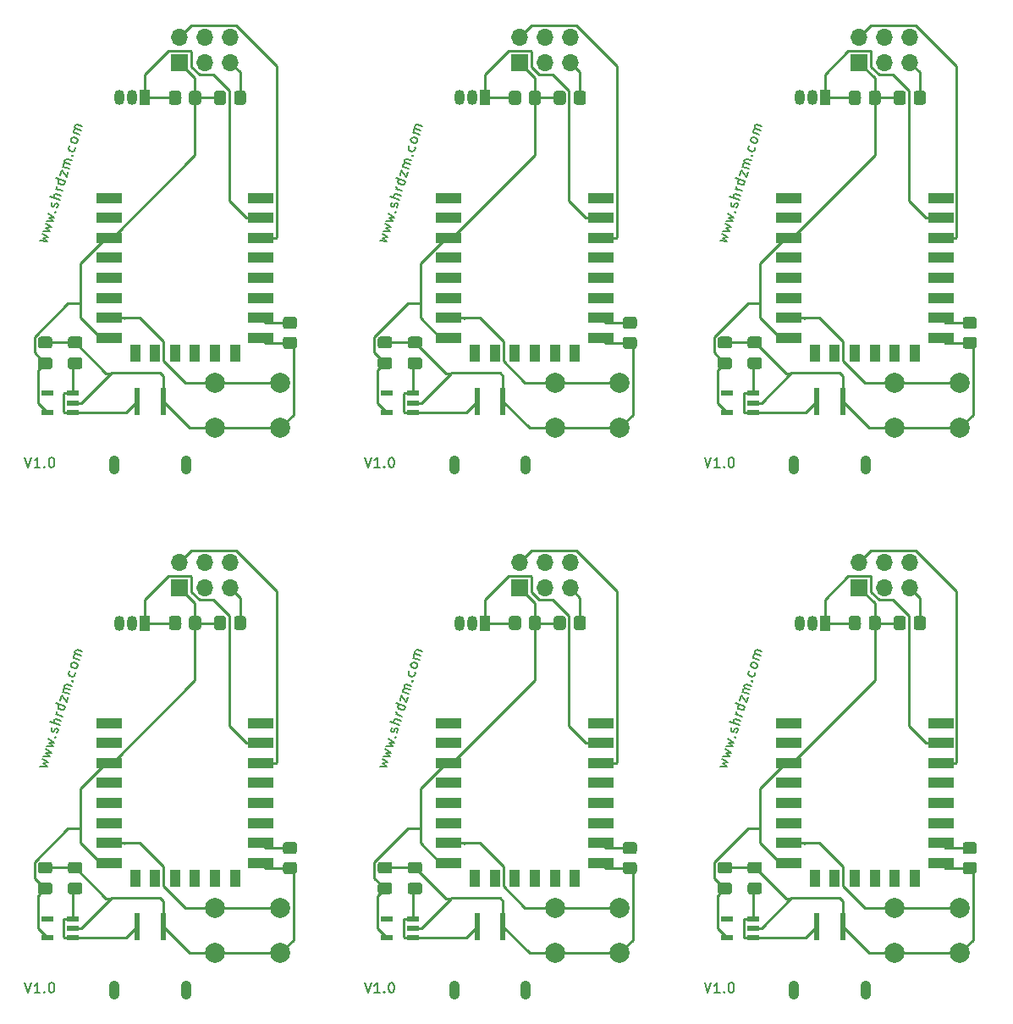
<source format=gbr>
G04 #@! TF.GenerationSoftware,KiCad,Pcbnew,(5.1.9)-1*
G04 #@! TF.CreationDate,2021-03-22T07:19:37+01:00*
G04 #@! TF.ProjectId,IM350- Multi,494d3335-302d-4204-9d75-6c74692e6b69,rev?*
G04 #@! TF.SameCoordinates,Original*
G04 #@! TF.FileFunction,Copper,L1,Top*
G04 #@! TF.FilePolarity,Positive*
%FSLAX46Y46*%
G04 Gerber Fmt 4.6, Leading zero omitted, Abs format (unit mm)*
G04 Created by KiCad (PCBNEW (5.1.9)-1) date 2021-03-22 07:19:37*
%MOMM*%
%LPD*%
G01*
G04 APERTURE LIST*
G04 #@! TA.AperFunction,NonConductor*
%ADD10C,0.150000*%
G04 #@! TD*
G04 #@! TA.AperFunction,ComponentPad*
%ADD11O,1.050000X1.500000*%
G04 #@! TD*
G04 #@! TA.AperFunction,ComponentPad*
%ADD12R,1.050000X1.500000*%
G04 #@! TD*
G04 #@! TA.AperFunction,SMDPad,CuDef*
%ADD13R,1.200000X0.600000*%
G04 #@! TD*
G04 #@! TA.AperFunction,ComponentPad*
%ADD14C,2.000000*%
G04 #@! TD*
G04 #@! TA.AperFunction,ComponentPad*
%ADD15O,1.700000X1.700000*%
G04 #@! TD*
G04 #@! TA.AperFunction,ComponentPad*
%ADD16R,1.700000X1.700000*%
G04 #@! TD*
G04 #@! TA.AperFunction,SMDPad,CuDef*
%ADD17R,2.500000X1.000000*%
G04 #@! TD*
G04 #@! TA.AperFunction,SMDPad,CuDef*
%ADD18R,1.000000X1.800000*%
G04 #@! TD*
G04 #@! TA.AperFunction,SMDPad,CuDef*
%ADD19R,0.600000X2.800000*%
G04 #@! TD*
G04 #@! TA.AperFunction,ComponentPad*
%ADD20O,1.050000X1.900000*%
G04 #@! TD*
G04 #@! TA.AperFunction,Conductor*
%ADD21C,0.250000*%
G04 #@! TD*
G04 APERTURE END LIST*
D10*
X122476190Y-135952380D02*
X122809523Y-136952380D01*
X123142857Y-135952380D01*
X124000000Y-136952380D02*
X123428571Y-136952380D01*
X123714285Y-136952380D02*
X123714285Y-135952380D01*
X123619047Y-136095238D01*
X123523809Y-136190476D01*
X123428571Y-136238095D01*
X124428571Y-136857142D02*
X124476190Y-136904761D01*
X124428571Y-136952380D01*
X124380952Y-136904761D01*
X124428571Y-136857142D01*
X124428571Y-136952380D01*
X125095238Y-135952380D02*
X125190476Y-135952380D01*
X125285714Y-136000000D01*
X125333333Y-136047619D01*
X125380952Y-136142857D01*
X125428571Y-136333333D01*
X125428571Y-136571428D01*
X125380952Y-136761904D01*
X125333333Y-136857142D01*
X125285714Y-136904761D01*
X125190476Y-136952380D01*
X125095238Y-136952380D01*
X125000000Y-136904761D01*
X124952380Y-136857142D01*
X124904761Y-136761904D01*
X124857142Y-136571428D01*
X124857142Y-136333333D01*
X124904761Y-136142857D01*
X124952380Y-136047619D01*
X125000000Y-136000000D01*
X125095238Y-135952380D01*
X123999079Y-61811792D02*
X124692306Y-61824553D01*
X124292612Y-61503175D01*
X124803685Y-61460247D01*
X124221839Y-61083179D01*
X124305374Y-60809949D02*
X124998600Y-60822710D01*
X124598907Y-60501332D01*
X125109980Y-60458403D01*
X124528133Y-60081336D01*
X124611668Y-59808106D02*
X125304894Y-59820867D01*
X124905201Y-59499489D01*
X125416274Y-59456560D01*
X124834427Y-59079493D01*
X125492267Y-58882256D02*
X125551728Y-58850640D01*
X125583343Y-58910101D01*
X125523883Y-58941716D01*
X125492267Y-58882256D01*
X125583343Y-58910101D01*
X125663107Y-58486333D02*
X125736490Y-58409179D01*
X125792180Y-58227026D01*
X125774487Y-58122027D01*
X125697333Y-58048643D01*
X125651794Y-58034721D01*
X125546795Y-58052414D01*
X125473412Y-58129568D01*
X125431645Y-58266183D01*
X125358261Y-58343338D01*
X125253262Y-58361031D01*
X125207724Y-58347109D01*
X125130570Y-58273725D01*
X125112876Y-58168726D01*
X125154644Y-58032111D01*
X125228027Y-57954957D01*
X125959250Y-57680566D02*
X125002945Y-57388194D01*
X126084552Y-57270721D02*
X125583630Y-57117574D01*
X125478631Y-57135267D01*
X125405248Y-57212421D01*
X125363481Y-57349036D01*
X125381174Y-57454035D01*
X125412790Y-57513496D01*
X126223777Y-56815338D02*
X125586240Y-56620423D01*
X125768393Y-56676113D02*
X125691239Y-56602730D01*
X125659623Y-56543269D01*
X125641930Y-56438270D01*
X125669775Y-56347193D01*
X126530071Y-55813495D02*
X125573766Y-55521123D01*
X126484532Y-55799572D02*
X126502226Y-55904571D01*
X126446536Y-56086725D01*
X126373153Y-56163879D01*
X126313692Y-56195495D01*
X126208693Y-56213188D01*
X125935463Y-56129653D01*
X125858309Y-56056270D01*
X125826693Y-55996809D01*
X125809000Y-55891810D01*
X125864689Y-55709657D01*
X125938073Y-55632503D01*
X126003914Y-55254274D02*
X126157061Y-54753352D01*
X126641450Y-55449188D01*
X126794598Y-54948267D01*
X126905977Y-54583960D02*
X126268441Y-54389045D01*
X126359517Y-54416890D02*
X126327902Y-54357430D01*
X126310208Y-54252431D01*
X126351976Y-54115816D01*
X126425359Y-54038661D01*
X126530358Y-54020968D01*
X127031279Y-54174115D01*
X126530358Y-54020968D02*
X126453204Y-53947585D01*
X126435510Y-53842586D01*
X126477278Y-53705971D01*
X126550661Y-53628816D01*
X126655660Y-53611123D01*
X127156582Y-53764270D01*
X127204730Y-53281042D02*
X127264190Y-53249426D01*
X127295806Y-53308887D01*
X127236345Y-53340503D01*
X127204730Y-53281042D01*
X127295806Y-53308887D01*
X127514795Y-52429736D02*
X127532488Y-52534735D01*
X127476798Y-52716889D01*
X127403415Y-52794043D01*
X127343954Y-52825659D01*
X127238955Y-52843352D01*
X126965725Y-52759817D01*
X126888571Y-52686434D01*
X126856955Y-52626973D01*
X126839262Y-52521974D01*
X126894952Y-52339821D01*
X126968335Y-52262667D01*
X127727403Y-51897199D02*
X127654019Y-51974353D01*
X127594559Y-52005969D01*
X127489559Y-52023662D01*
X127216329Y-51940128D01*
X127139175Y-51866744D01*
X127107559Y-51807284D01*
X127089866Y-51702285D01*
X127131633Y-51565670D01*
X127205017Y-51488515D01*
X127264477Y-51456899D01*
X127369477Y-51439206D01*
X127642706Y-51522741D01*
X127719861Y-51596124D01*
X127751477Y-51655585D01*
X127769170Y-51760584D01*
X127727403Y-51897199D01*
X127950162Y-51168586D02*
X127312625Y-50973671D01*
X127403702Y-51001516D02*
X127372086Y-50942055D01*
X127354393Y-50837056D01*
X127396160Y-50700441D01*
X127469543Y-50623287D01*
X127574543Y-50605594D01*
X128075464Y-50758741D01*
X127574543Y-50605594D02*
X127497388Y-50532211D01*
X127479695Y-50427211D01*
X127521462Y-50290597D01*
X127594846Y-50213442D01*
X127699845Y-50195749D01*
X128200766Y-50348896D01*
X123999079Y-114311792D02*
X124692306Y-114324553D01*
X124292612Y-114003175D01*
X124803685Y-113960247D01*
X124221839Y-113583179D01*
X124305374Y-113309949D02*
X124998600Y-113322710D01*
X124598907Y-113001332D01*
X125109980Y-112958403D01*
X124528133Y-112581336D01*
X124611668Y-112308106D02*
X125304894Y-112320867D01*
X124905201Y-111999489D01*
X125416274Y-111956560D01*
X124834427Y-111579493D01*
X125492267Y-111382256D02*
X125551728Y-111350640D01*
X125583343Y-111410101D01*
X125523883Y-111441716D01*
X125492267Y-111382256D01*
X125583343Y-111410101D01*
X125663107Y-110986333D02*
X125736490Y-110909179D01*
X125792180Y-110727026D01*
X125774487Y-110622027D01*
X125697333Y-110548643D01*
X125651794Y-110534721D01*
X125546795Y-110552414D01*
X125473412Y-110629568D01*
X125431645Y-110766183D01*
X125358261Y-110843338D01*
X125253262Y-110861031D01*
X125207724Y-110847109D01*
X125130570Y-110773725D01*
X125112876Y-110668726D01*
X125154644Y-110532111D01*
X125228027Y-110454957D01*
X125959250Y-110180566D02*
X125002945Y-109888194D01*
X126084552Y-109770721D02*
X125583630Y-109617574D01*
X125478631Y-109635267D01*
X125405248Y-109712421D01*
X125363481Y-109849036D01*
X125381174Y-109954035D01*
X125412790Y-110013496D01*
X126223777Y-109315338D02*
X125586240Y-109120423D01*
X125768393Y-109176113D02*
X125691239Y-109102730D01*
X125659623Y-109043269D01*
X125641930Y-108938270D01*
X125669775Y-108847193D01*
X126530071Y-108313495D02*
X125573766Y-108021123D01*
X126484532Y-108299572D02*
X126502226Y-108404571D01*
X126446536Y-108586725D01*
X126373153Y-108663879D01*
X126313692Y-108695495D01*
X126208693Y-108713188D01*
X125935463Y-108629653D01*
X125858309Y-108556270D01*
X125826693Y-108496809D01*
X125809000Y-108391810D01*
X125864689Y-108209657D01*
X125938073Y-108132503D01*
X126003914Y-107754274D02*
X126157061Y-107253352D01*
X126641450Y-107949188D01*
X126794598Y-107448267D01*
X126905977Y-107083960D02*
X126268441Y-106889045D01*
X126359517Y-106916890D02*
X126327902Y-106857430D01*
X126310208Y-106752431D01*
X126351976Y-106615816D01*
X126425359Y-106538661D01*
X126530358Y-106520968D01*
X127031279Y-106674115D01*
X126530358Y-106520968D02*
X126453204Y-106447585D01*
X126435510Y-106342586D01*
X126477278Y-106205971D01*
X126550661Y-106128816D01*
X126655660Y-106111123D01*
X127156582Y-106264270D01*
X127204730Y-105781042D02*
X127264190Y-105749426D01*
X127295806Y-105808887D01*
X127236345Y-105840503D01*
X127204730Y-105781042D01*
X127295806Y-105808887D01*
X127514795Y-104929736D02*
X127532488Y-105034735D01*
X127476798Y-105216889D01*
X127403415Y-105294043D01*
X127343954Y-105325659D01*
X127238955Y-105343352D01*
X126965725Y-105259817D01*
X126888571Y-105186434D01*
X126856955Y-105126973D01*
X126839262Y-105021974D01*
X126894952Y-104839821D01*
X126968335Y-104762667D01*
X127727403Y-104397199D02*
X127654019Y-104474353D01*
X127594559Y-104505969D01*
X127489559Y-104523662D01*
X127216329Y-104440128D01*
X127139175Y-104366744D01*
X127107559Y-104307284D01*
X127089866Y-104202285D01*
X127131633Y-104065670D01*
X127205017Y-103988515D01*
X127264477Y-103956899D01*
X127369477Y-103939206D01*
X127642706Y-104022741D01*
X127719861Y-104096124D01*
X127751477Y-104155585D01*
X127769170Y-104260584D01*
X127727403Y-104397199D01*
X127950162Y-103668586D02*
X127312625Y-103473671D01*
X127403702Y-103501516D02*
X127372086Y-103442055D01*
X127354393Y-103337056D01*
X127396160Y-103200441D01*
X127469543Y-103123287D01*
X127574543Y-103105594D01*
X128075464Y-103258741D01*
X127574543Y-103105594D02*
X127497388Y-103032211D01*
X127479695Y-102927211D01*
X127521462Y-102790597D01*
X127594846Y-102713442D01*
X127699845Y-102695749D01*
X128200766Y-102848896D01*
X122476190Y-83452380D02*
X122809523Y-84452380D01*
X123142857Y-83452380D01*
X124000000Y-84452380D02*
X123428571Y-84452380D01*
X123714285Y-84452380D02*
X123714285Y-83452380D01*
X123619047Y-83595238D01*
X123523809Y-83690476D01*
X123428571Y-83738095D01*
X124428571Y-84357142D02*
X124476190Y-84404761D01*
X124428571Y-84452380D01*
X124380952Y-84404761D01*
X124428571Y-84357142D01*
X124428571Y-84452380D01*
X125095238Y-83452380D02*
X125190476Y-83452380D01*
X125285714Y-83500000D01*
X125333333Y-83547619D01*
X125380952Y-83642857D01*
X125428571Y-83833333D01*
X125428571Y-84071428D01*
X125380952Y-84261904D01*
X125333333Y-84357142D01*
X125285714Y-84404761D01*
X125190476Y-84452380D01*
X125095238Y-84452380D01*
X125000000Y-84404761D01*
X124952380Y-84357142D01*
X124904761Y-84261904D01*
X124857142Y-84071428D01*
X124857142Y-83833333D01*
X124904761Y-83642857D01*
X124952380Y-83547619D01*
X125000000Y-83500000D01*
X125095238Y-83452380D01*
X89999079Y-114311792D02*
X90692306Y-114324553D01*
X90292612Y-114003175D01*
X90803685Y-113960247D01*
X90221839Y-113583179D01*
X90305374Y-113309949D02*
X90998600Y-113322710D01*
X90598907Y-113001332D01*
X91109980Y-112958403D01*
X90528133Y-112581336D01*
X90611668Y-112308106D02*
X91304894Y-112320867D01*
X90905201Y-111999489D01*
X91416274Y-111956560D01*
X90834427Y-111579493D01*
X91492267Y-111382256D02*
X91551728Y-111350640D01*
X91583343Y-111410101D01*
X91523883Y-111441716D01*
X91492267Y-111382256D01*
X91583343Y-111410101D01*
X91663107Y-110986333D02*
X91736490Y-110909179D01*
X91792180Y-110727026D01*
X91774487Y-110622027D01*
X91697333Y-110548643D01*
X91651794Y-110534721D01*
X91546795Y-110552414D01*
X91473412Y-110629568D01*
X91431645Y-110766183D01*
X91358261Y-110843338D01*
X91253262Y-110861031D01*
X91207724Y-110847109D01*
X91130570Y-110773725D01*
X91112876Y-110668726D01*
X91154644Y-110532111D01*
X91228027Y-110454957D01*
X91959250Y-110180566D02*
X91002945Y-109888194D01*
X92084552Y-109770721D02*
X91583630Y-109617574D01*
X91478631Y-109635267D01*
X91405248Y-109712421D01*
X91363481Y-109849036D01*
X91381174Y-109954035D01*
X91412790Y-110013496D01*
X92223777Y-109315338D02*
X91586240Y-109120423D01*
X91768393Y-109176113D02*
X91691239Y-109102730D01*
X91659623Y-109043269D01*
X91641930Y-108938270D01*
X91669775Y-108847193D01*
X92530071Y-108313495D02*
X91573766Y-108021123D01*
X92484532Y-108299572D02*
X92502226Y-108404571D01*
X92446536Y-108586725D01*
X92373153Y-108663879D01*
X92313692Y-108695495D01*
X92208693Y-108713188D01*
X91935463Y-108629653D01*
X91858309Y-108556270D01*
X91826693Y-108496809D01*
X91809000Y-108391810D01*
X91864689Y-108209657D01*
X91938073Y-108132503D01*
X92003914Y-107754274D02*
X92157061Y-107253352D01*
X92641450Y-107949188D01*
X92794598Y-107448267D01*
X92905977Y-107083960D02*
X92268441Y-106889045D01*
X92359517Y-106916890D02*
X92327902Y-106857430D01*
X92310208Y-106752431D01*
X92351976Y-106615816D01*
X92425359Y-106538661D01*
X92530358Y-106520968D01*
X93031279Y-106674115D01*
X92530358Y-106520968D02*
X92453204Y-106447585D01*
X92435510Y-106342586D01*
X92477278Y-106205971D01*
X92550661Y-106128816D01*
X92655660Y-106111123D01*
X93156582Y-106264270D01*
X93204730Y-105781042D02*
X93264190Y-105749426D01*
X93295806Y-105808887D01*
X93236345Y-105840503D01*
X93204730Y-105781042D01*
X93295806Y-105808887D01*
X93514795Y-104929736D02*
X93532488Y-105034735D01*
X93476798Y-105216889D01*
X93403415Y-105294043D01*
X93343954Y-105325659D01*
X93238955Y-105343352D01*
X92965725Y-105259817D01*
X92888571Y-105186434D01*
X92856955Y-105126973D01*
X92839262Y-105021974D01*
X92894952Y-104839821D01*
X92968335Y-104762667D01*
X93727403Y-104397199D02*
X93654019Y-104474353D01*
X93594559Y-104505969D01*
X93489559Y-104523662D01*
X93216329Y-104440128D01*
X93139175Y-104366744D01*
X93107559Y-104307284D01*
X93089866Y-104202285D01*
X93131633Y-104065670D01*
X93205017Y-103988515D01*
X93264477Y-103956899D01*
X93369477Y-103939206D01*
X93642706Y-104022741D01*
X93719861Y-104096124D01*
X93751477Y-104155585D01*
X93769170Y-104260584D01*
X93727403Y-104397199D01*
X93950162Y-103668586D02*
X93312625Y-103473671D01*
X93403702Y-103501516D02*
X93372086Y-103442055D01*
X93354393Y-103337056D01*
X93396160Y-103200441D01*
X93469543Y-103123287D01*
X93574543Y-103105594D01*
X94075464Y-103258741D01*
X93574543Y-103105594D02*
X93497388Y-103032211D01*
X93479695Y-102927211D01*
X93521462Y-102790597D01*
X93594846Y-102713442D01*
X93699845Y-102695749D01*
X94200766Y-102848896D01*
X88476190Y-135952380D02*
X88809523Y-136952380D01*
X89142857Y-135952380D01*
X90000000Y-136952380D02*
X89428571Y-136952380D01*
X89714285Y-136952380D02*
X89714285Y-135952380D01*
X89619047Y-136095238D01*
X89523809Y-136190476D01*
X89428571Y-136238095D01*
X90428571Y-136857142D02*
X90476190Y-136904761D01*
X90428571Y-136952380D01*
X90380952Y-136904761D01*
X90428571Y-136857142D01*
X90428571Y-136952380D01*
X91095238Y-135952380D02*
X91190476Y-135952380D01*
X91285714Y-136000000D01*
X91333333Y-136047619D01*
X91380952Y-136142857D01*
X91428571Y-136333333D01*
X91428571Y-136571428D01*
X91380952Y-136761904D01*
X91333333Y-136857142D01*
X91285714Y-136904761D01*
X91190476Y-136952380D01*
X91095238Y-136952380D01*
X91000000Y-136904761D01*
X90952380Y-136857142D01*
X90904761Y-136761904D01*
X90857142Y-136571428D01*
X90857142Y-136333333D01*
X90904761Y-136142857D01*
X90952380Y-136047619D01*
X91000000Y-136000000D01*
X91095238Y-135952380D01*
X89999079Y-61811792D02*
X90692306Y-61824553D01*
X90292612Y-61503175D01*
X90803685Y-61460247D01*
X90221839Y-61083179D01*
X90305374Y-60809949D02*
X90998600Y-60822710D01*
X90598907Y-60501332D01*
X91109980Y-60458403D01*
X90528133Y-60081336D01*
X90611668Y-59808106D02*
X91304894Y-59820867D01*
X90905201Y-59499489D01*
X91416274Y-59456560D01*
X90834427Y-59079493D01*
X91492267Y-58882256D02*
X91551728Y-58850640D01*
X91583343Y-58910101D01*
X91523883Y-58941716D01*
X91492267Y-58882256D01*
X91583343Y-58910101D01*
X91663107Y-58486333D02*
X91736490Y-58409179D01*
X91792180Y-58227026D01*
X91774487Y-58122027D01*
X91697333Y-58048643D01*
X91651794Y-58034721D01*
X91546795Y-58052414D01*
X91473412Y-58129568D01*
X91431645Y-58266183D01*
X91358261Y-58343338D01*
X91253262Y-58361031D01*
X91207724Y-58347109D01*
X91130570Y-58273725D01*
X91112876Y-58168726D01*
X91154644Y-58032111D01*
X91228027Y-57954957D01*
X91959250Y-57680566D02*
X91002945Y-57388194D01*
X92084552Y-57270721D02*
X91583630Y-57117574D01*
X91478631Y-57135267D01*
X91405248Y-57212421D01*
X91363481Y-57349036D01*
X91381174Y-57454035D01*
X91412790Y-57513496D01*
X92223777Y-56815338D02*
X91586240Y-56620423D01*
X91768393Y-56676113D02*
X91691239Y-56602730D01*
X91659623Y-56543269D01*
X91641930Y-56438270D01*
X91669775Y-56347193D01*
X92530071Y-55813495D02*
X91573766Y-55521123D01*
X92484532Y-55799572D02*
X92502226Y-55904571D01*
X92446536Y-56086725D01*
X92373153Y-56163879D01*
X92313692Y-56195495D01*
X92208693Y-56213188D01*
X91935463Y-56129653D01*
X91858309Y-56056270D01*
X91826693Y-55996809D01*
X91809000Y-55891810D01*
X91864689Y-55709657D01*
X91938073Y-55632503D01*
X92003914Y-55254274D02*
X92157061Y-54753352D01*
X92641450Y-55449188D01*
X92794598Y-54948267D01*
X92905977Y-54583960D02*
X92268441Y-54389045D01*
X92359517Y-54416890D02*
X92327902Y-54357430D01*
X92310208Y-54252431D01*
X92351976Y-54115816D01*
X92425359Y-54038661D01*
X92530358Y-54020968D01*
X93031279Y-54174115D01*
X92530358Y-54020968D02*
X92453204Y-53947585D01*
X92435510Y-53842586D01*
X92477278Y-53705971D01*
X92550661Y-53628816D01*
X92655660Y-53611123D01*
X93156582Y-53764270D01*
X93204730Y-53281042D02*
X93264190Y-53249426D01*
X93295806Y-53308887D01*
X93236345Y-53340503D01*
X93204730Y-53281042D01*
X93295806Y-53308887D01*
X93514795Y-52429736D02*
X93532488Y-52534735D01*
X93476798Y-52716889D01*
X93403415Y-52794043D01*
X93343954Y-52825659D01*
X93238955Y-52843352D01*
X92965725Y-52759817D01*
X92888571Y-52686434D01*
X92856955Y-52626973D01*
X92839262Y-52521974D01*
X92894952Y-52339821D01*
X92968335Y-52262667D01*
X93727403Y-51897199D02*
X93654019Y-51974353D01*
X93594559Y-52005969D01*
X93489559Y-52023662D01*
X93216329Y-51940128D01*
X93139175Y-51866744D01*
X93107559Y-51807284D01*
X93089866Y-51702285D01*
X93131633Y-51565670D01*
X93205017Y-51488515D01*
X93264477Y-51456899D01*
X93369477Y-51439206D01*
X93642706Y-51522741D01*
X93719861Y-51596124D01*
X93751477Y-51655585D01*
X93769170Y-51760584D01*
X93727403Y-51897199D01*
X93950162Y-51168586D02*
X93312625Y-50973671D01*
X93403702Y-51001516D02*
X93372086Y-50942055D01*
X93354393Y-50837056D01*
X93396160Y-50700441D01*
X93469543Y-50623287D01*
X93574543Y-50605594D01*
X94075464Y-50758741D01*
X93574543Y-50605594D02*
X93497388Y-50532211D01*
X93479695Y-50427211D01*
X93521462Y-50290597D01*
X93594846Y-50213442D01*
X93699845Y-50195749D01*
X94200766Y-50348896D01*
X88476190Y-83452380D02*
X88809523Y-84452380D01*
X89142857Y-83452380D01*
X90000000Y-84452380D02*
X89428571Y-84452380D01*
X89714285Y-84452380D02*
X89714285Y-83452380D01*
X89619047Y-83595238D01*
X89523809Y-83690476D01*
X89428571Y-83738095D01*
X90428571Y-84357142D02*
X90476190Y-84404761D01*
X90428571Y-84452380D01*
X90380952Y-84404761D01*
X90428571Y-84357142D01*
X90428571Y-84452380D01*
X91095238Y-83452380D02*
X91190476Y-83452380D01*
X91285714Y-83500000D01*
X91333333Y-83547619D01*
X91380952Y-83642857D01*
X91428571Y-83833333D01*
X91428571Y-84071428D01*
X91380952Y-84261904D01*
X91333333Y-84357142D01*
X91285714Y-84404761D01*
X91190476Y-84452380D01*
X91095238Y-84452380D01*
X91000000Y-84404761D01*
X90952380Y-84357142D01*
X90904761Y-84261904D01*
X90857142Y-84071428D01*
X90857142Y-83833333D01*
X90904761Y-83642857D01*
X90952380Y-83547619D01*
X91000000Y-83500000D01*
X91095238Y-83452380D01*
X55999079Y-114311792D02*
X56692306Y-114324553D01*
X56292612Y-114003175D01*
X56803685Y-113960247D01*
X56221839Y-113583179D01*
X56305374Y-113309949D02*
X56998600Y-113322710D01*
X56598907Y-113001332D01*
X57109980Y-112958403D01*
X56528133Y-112581336D01*
X56611668Y-112308106D02*
X57304894Y-112320867D01*
X56905201Y-111999489D01*
X57416274Y-111956560D01*
X56834427Y-111579493D01*
X57492267Y-111382256D02*
X57551728Y-111350640D01*
X57583343Y-111410101D01*
X57523883Y-111441716D01*
X57492267Y-111382256D01*
X57583343Y-111410101D01*
X57663107Y-110986333D02*
X57736490Y-110909179D01*
X57792180Y-110727026D01*
X57774487Y-110622027D01*
X57697333Y-110548643D01*
X57651794Y-110534721D01*
X57546795Y-110552414D01*
X57473412Y-110629568D01*
X57431645Y-110766183D01*
X57358261Y-110843338D01*
X57253262Y-110861031D01*
X57207724Y-110847109D01*
X57130570Y-110773725D01*
X57112876Y-110668726D01*
X57154644Y-110532111D01*
X57228027Y-110454957D01*
X57959250Y-110180566D02*
X57002945Y-109888194D01*
X58084552Y-109770721D02*
X57583630Y-109617574D01*
X57478631Y-109635267D01*
X57405248Y-109712421D01*
X57363481Y-109849036D01*
X57381174Y-109954035D01*
X57412790Y-110013496D01*
X58223777Y-109315338D02*
X57586240Y-109120423D01*
X57768393Y-109176113D02*
X57691239Y-109102730D01*
X57659623Y-109043269D01*
X57641930Y-108938270D01*
X57669775Y-108847193D01*
X58530071Y-108313495D02*
X57573766Y-108021123D01*
X58484532Y-108299572D02*
X58502226Y-108404571D01*
X58446536Y-108586725D01*
X58373153Y-108663879D01*
X58313692Y-108695495D01*
X58208693Y-108713188D01*
X57935463Y-108629653D01*
X57858309Y-108556270D01*
X57826693Y-108496809D01*
X57809000Y-108391810D01*
X57864689Y-108209657D01*
X57938073Y-108132503D01*
X58003914Y-107754274D02*
X58157061Y-107253352D01*
X58641450Y-107949188D01*
X58794598Y-107448267D01*
X58905977Y-107083960D02*
X58268441Y-106889045D01*
X58359517Y-106916890D02*
X58327902Y-106857430D01*
X58310208Y-106752431D01*
X58351976Y-106615816D01*
X58425359Y-106538661D01*
X58530358Y-106520968D01*
X59031279Y-106674115D01*
X58530358Y-106520968D02*
X58453204Y-106447585D01*
X58435510Y-106342586D01*
X58477278Y-106205971D01*
X58550661Y-106128816D01*
X58655660Y-106111123D01*
X59156582Y-106264270D01*
X59204730Y-105781042D02*
X59264190Y-105749426D01*
X59295806Y-105808887D01*
X59236345Y-105840503D01*
X59204730Y-105781042D01*
X59295806Y-105808887D01*
X59514795Y-104929736D02*
X59532488Y-105034735D01*
X59476798Y-105216889D01*
X59403415Y-105294043D01*
X59343954Y-105325659D01*
X59238955Y-105343352D01*
X58965725Y-105259817D01*
X58888571Y-105186434D01*
X58856955Y-105126973D01*
X58839262Y-105021974D01*
X58894952Y-104839821D01*
X58968335Y-104762667D01*
X59727403Y-104397199D02*
X59654019Y-104474353D01*
X59594559Y-104505969D01*
X59489559Y-104523662D01*
X59216329Y-104440128D01*
X59139175Y-104366744D01*
X59107559Y-104307284D01*
X59089866Y-104202285D01*
X59131633Y-104065670D01*
X59205017Y-103988515D01*
X59264477Y-103956899D01*
X59369477Y-103939206D01*
X59642706Y-104022741D01*
X59719861Y-104096124D01*
X59751477Y-104155585D01*
X59769170Y-104260584D01*
X59727403Y-104397199D01*
X59950162Y-103668586D02*
X59312625Y-103473671D01*
X59403702Y-103501516D02*
X59372086Y-103442055D01*
X59354393Y-103337056D01*
X59396160Y-103200441D01*
X59469543Y-103123287D01*
X59574543Y-103105594D01*
X60075464Y-103258741D01*
X59574543Y-103105594D02*
X59497388Y-103032211D01*
X59479695Y-102927211D01*
X59521462Y-102790597D01*
X59594846Y-102713442D01*
X59699845Y-102695749D01*
X60200766Y-102848896D01*
X54476190Y-135952380D02*
X54809523Y-136952380D01*
X55142857Y-135952380D01*
X56000000Y-136952380D02*
X55428571Y-136952380D01*
X55714285Y-136952380D02*
X55714285Y-135952380D01*
X55619047Y-136095238D01*
X55523809Y-136190476D01*
X55428571Y-136238095D01*
X56428571Y-136857142D02*
X56476190Y-136904761D01*
X56428571Y-136952380D01*
X56380952Y-136904761D01*
X56428571Y-136857142D01*
X56428571Y-136952380D01*
X57095238Y-135952380D02*
X57190476Y-135952380D01*
X57285714Y-136000000D01*
X57333333Y-136047619D01*
X57380952Y-136142857D01*
X57428571Y-136333333D01*
X57428571Y-136571428D01*
X57380952Y-136761904D01*
X57333333Y-136857142D01*
X57285714Y-136904761D01*
X57190476Y-136952380D01*
X57095238Y-136952380D01*
X57000000Y-136904761D01*
X56952380Y-136857142D01*
X56904761Y-136761904D01*
X56857142Y-136571428D01*
X56857142Y-136333333D01*
X56904761Y-136142857D01*
X56952380Y-136047619D01*
X57000000Y-136000000D01*
X57095238Y-135952380D01*
X55999079Y-61811792D02*
X56692306Y-61824553D01*
X56292612Y-61503175D01*
X56803685Y-61460247D01*
X56221839Y-61083179D01*
X56305374Y-60809949D02*
X56998600Y-60822710D01*
X56598907Y-60501332D01*
X57109980Y-60458403D01*
X56528133Y-60081336D01*
X56611668Y-59808106D02*
X57304894Y-59820867D01*
X56905201Y-59499489D01*
X57416274Y-59456560D01*
X56834427Y-59079493D01*
X57492267Y-58882256D02*
X57551728Y-58850640D01*
X57583343Y-58910101D01*
X57523883Y-58941716D01*
X57492267Y-58882256D01*
X57583343Y-58910101D01*
X57663107Y-58486333D02*
X57736490Y-58409179D01*
X57792180Y-58227026D01*
X57774487Y-58122027D01*
X57697333Y-58048643D01*
X57651794Y-58034721D01*
X57546795Y-58052414D01*
X57473412Y-58129568D01*
X57431645Y-58266183D01*
X57358261Y-58343338D01*
X57253262Y-58361031D01*
X57207724Y-58347109D01*
X57130570Y-58273725D01*
X57112876Y-58168726D01*
X57154644Y-58032111D01*
X57228027Y-57954957D01*
X57959250Y-57680566D02*
X57002945Y-57388194D01*
X58084552Y-57270721D02*
X57583630Y-57117574D01*
X57478631Y-57135267D01*
X57405248Y-57212421D01*
X57363481Y-57349036D01*
X57381174Y-57454035D01*
X57412790Y-57513496D01*
X58223777Y-56815338D02*
X57586240Y-56620423D01*
X57768393Y-56676113D02*
X57691239Y-56602730D01*
X57659623Y-56543269D01*
X57641930Y-56438270D01*
X57669775Y-56347193D01*
X58530071Y-55813495D02*
X57573766Y-55521123D01*
X58484532Y-55799572D02*
X58502226Y-55904571D01*
X58446536Y-56086725D01*
X58373153Y-56163879D01*
X58313692Y-56195495D01*
X58208693Y-56213188D01*
X57935463Y-56129653D01*
X57858309Y-56056270D01*
X57826693Y-55996809D01*
X57809000Y-55891810D01*
X57864689Y-55709657D01*
X57938073Y-55632503D01*
X58003914Y-55254274D02*
X58157061Y-54753352D01*
X58641450Y-55449188D01*
X58794598Y-54948267D01*
X58905977Y-54583960D02*
X58268441Y-54389045D01*
X58359517Y-54416890D02*
X58327902Y-54357430D01*
X58310208Y-54252431D01*
X58351976Y-54115816D01*
X58425359Y-54038661D01*
X58530358Y-54020968D01*
X59031279Y-54174115D01*
X58530358Y-54020968D02*
X58453204Y-53947585D01*
X58435510Y-53842586D01*
X58477278Y-53705971D01*
X58550661Y-53628816D01*
X58655660Y-53611123D01*
X59156582Y-53764270D01*
X59204730Y-53281042D02*
X59264190Y-53249426D01*
X59295806Y-53308887D01*
X59236345Y-53340503D01*
X59204730Y-53281042D01*
X59295806Y-53308887D01*
X59514795Y-52429736D02*
X59532488Y-52534735D01*
X59476798Y-52716889D01*
X59403415Y-52794043D01*
X59343954Y-52825659D01*
X59238955Y-52843352D01*
X58965725Y-52759817D01*
X58888571Y-52686434D01*
X58856955Y-52626973D01*
X58839262Y-52521974D01*
X58894952Y-52339821D01*
X58968335Y-52262667D01*
X59727403Y-51897199D02*
X59654019Y-51974353D01*
X59594559Y-52005969D01*
X59489559Y-52023662D01*
X59216329Y-51940128D01*
X59139175Y-51866744D01*
X59107559Y-51807284D01*
X59089866Y-51702285D01*
X59131633Y-51565670D01*
X59205017Y-51488515D01*
X59264477Y-51456899D01*
X59369477Y-51439206D01*
X59642706Y-51522741D01*
X59719861Y-51596124D01*
X59751477Y-51655585D01*
X59769170Y-51760584D01*
X59727403Y-51897199D01*
X59950162Y-51168586D02*
X59312625Y-50973671D01*
X59403702Y-51001516D02*
X59372086Y-50942055D01*
X59354393Y-50837056D01*
X59396160Y-50700441D01*
X59469543Y-50623287D01*
X59574543Y-50605594D01*
X60075464Y-50758741D01*
X59574543Y-50605594D02*
X59497388Y-50532211D01*
X59479695Y-50427211D01*
X59521462Y-50290597D01*
X59594846Y-50213442D01*
X59699845Y-50195749D01*
X60200766Y-50348896D01*
X54476190Y-83452380D02*
X54809523Y-84452380D01*
X55142857Y-83452380D01*
X56000000Y-84452380D02*
X55428571Y-84452380D01*
X55714285Y-84452380D02*
X55714285Y-83452380D01*
X55619047Y-83595238D01*
X55523809Y-83690476D01*
X55428571Y-83738095D01*
X56428571Y-84357142D02*
X56476190Y-84404761D01*
X56428571Y-84452380D01*
X56380952Y-84404761D01*
X56428571Y-84357142D01*
X56428571Y-84452380D01*
X57095238Y-83452380D02*
X57190476Y-83452380D01*
X57285714Y-83500000D01*
X57333333Y-83547619D01*
X57380952Y-83642857D01*
X57428571Y-83833333D01*
X57428571Y-84071428D01*
X57380952Y-84261904D01*
X57333333Y-84357142D01*
X57285714Y-84404761D01*
X57190476Y-84452380D01*
X57095238Y-84452380D01*
X57000000Y-84404761D01*
X56952380Y-84357142D01*
X56904761Y-84261904D01*
X56857142Y-84071428D01*
X56857142Y-83833333D01*
X56904761Y-83642857D01*
X56952380Y-83547619D01*
X57000000Y-83500000D01*
X57095238Y-83452380D01*
D11*
X133230000Y-100000000D03*
X131960000Y-100000000D03*
D12*
X134500000Y-100000000D03*
D13*
X127300000Y-78950000D03*
X127300000Y-78000000D03*
X127300000Y-77050000D03*
X124700000Y-77050000D03*
X124700000Y-78950000D03*
D12*
X134500000Y-47500000D03*
D11*
X131960000Y-47500000D03*
X133230000Y-47500000D03*
G04 #@! TA.AperFunction,SMDPad,CuDef*
G36*
G01*
X142600000Y-47049999D02*
X142600000Y-47950001D01*
G75*
G02*
X142350001Y-48200000I-249999J0D01*
G01*
X141649999Y-48200000D01*
G75*
G02*
X141400000Y-47950001I0J249999D01*
G01*
X141400000Y-47049999D01*
G75*
G02*
X141649999Y-46800000I249999J0D01*
G01*
X142350001Y-46800000D01*
G75*
G02*
X142600000Y-47049999I0J-249999D01*
G01*
G37*
G04 #@! TD.AperFunction*
G04 #@! TA.AperFunction,SMDPad,CuDef*
G36*
G01*
X144600000Y-47049999D02*
X144600000Y-47950001D01*
G75*
G02*
X144350001Y-48200000I-249999J0D01*
G01*
X143649999Y-48200000D01*
G75*
G02*
X143400000Y-47950001I0J249999D01*
G01*
X143400000Y-47049999D01*
G75*
G02*
X143649999Y-46800000I249999J0D01*
G01*
X144350001Y-46800000D01*
G75*
G02*
X144600000Y-47049999I0J-249999D01*
G01*
G37*
G04 #@! TD.AperFunction*
D14*
X148000000Y-128500000D03*
X148000000Y-133000000D03*
X141500000Y-128500000D03*
X141500000Y-133000000D03*
G04 #@! TA.AperFunction,SMDPad,CuDef*
G36*
G01*
X127975000Y-125050000D02*
X127025000Y-125050000D01*
G75*
G02*
X126775000Y-124800000I0J250000D01*
G01*
X126775000Y-124125000D01*
G75*
G02*
X127025000Y-123875000I250000J0D01*
G01*
X127975000Y-123875000D01*
G75*
G02*
X128225000Y-124125000I0J-250000D01*
G01*
X128225000Y-124800000D01*
G75*
G02*
X127975000Y-125050000I-250000J0D01*
G01*
G37*
G04 #@! TD.AperFunction*
G04 #@! TA.AperFunction,SMDPad,CuDef*
G36*
G01*
X127975000Y-127125000D02*
X127025000Y-127125000D01*
G75*
G02*
X126775000Y-126875000I0J250000D01*
G01*
X126775000Y-126200000D01*
G75*
G02*
X127025000Y-125950000I250000J0D01*
G01*
X127975000Y-125950000D01*
G75*
G02*
X128225000Y-126200000I0J-250000D01*
G01*
X128225000Y-126875000D01*
G75*
G02*
X127975000Y-127125000I-250000J0D01*
G01*
G37*
G04 #@! TD.AperFunction*
D15*
X143040000Y-93960000D03*
X143040000Y-96500000D03*
X140500000Y-93960000D03*
X140500000Y-96500000D03*
X137960000Y-93960000D03*
D16*
X137960000Y-96500000D03*
D13*
X124700000Y-131450000D03*
X124700000Y-129550000D03*
X127300000Y-129550000D03*
X127300000Y-130500000D03*
X127300000Y-131450000D03*
G04 #@! TA.AperFunction,SMDPad,CuDef*
G36*
G01*
X138100000Y-47049999D02*
X138100000Y-47950001D01*
G75*
G02*
X137850001Y-48200000I-249999J0D01*
G01*
X137149999Y-48200000D01*
G75*
G02*
X136900000Y-47950001I0J249999D01*
G01*
X136900000Y-47049999D01*
G75*
G02*
X137149999Y-46800000I249999J0D01*
G01*
X137850001Y-46800000D01*
G75*
G02*
X138100000Y-47049999I0J-249999D01*
G01*
G37*
G04 #@! TD.AperFunction*
G04 #@! TA.AperFunction,SMDPad,CuDef*
G36*
G01*
X140100000Y-47049999D02*
X140100000Y-47950001D01*
G75*
G02*
X139850001Y-48200000I-249999J0D01*
G01*
X139149999Y-48200000D01*
G75*
G02*
X138900000Y-47950001I0J249999D01*
G01*
X138900000Y-47049999D01*
G75*
G02*
X139149999Y-46800000I249999J0D01*
G01*
X139850001Y-46800000D01*
G75*
G02*
X140100000Y-47049999I0J-249999D01*
G01*
G37*
G04 #@! TD.AperFunction*
D16*
X137960000Y-44000000D03*
D15*
X137960000Y-41460000D03*
X140500000Y-44000000D03*
X140500000Y-41460000D03*
X143040000Y-44000000D03*
X143040000Y-41460000D03*
G04 #@! TA.AperFunction,SMDPad,CuDef*
G36*
G01*
X127975000Y-74625000D02*
X127025000Y-74625000D01*
G75*
G02*
X126775000Y-74375000I0J250000D01*
G01*
X126775000Y-73700000D01*
G75*
G02*
X127025000Y-73450000I250000J0D01*
G01*
X127975000Y-73450000D01*
G75*
G02*
X128225000Y-73700000I0J-250000D01*
G01*
X128225000Y-74375000D01*
G75*
G02*
X127975000Y-74625000I-250000J0D01*
G01*
G37*
G04 #@! TD.AperFunction*
G04 #@! TA.AperFunction,SMDPad,CuDef*
G36*
G01*
X127975000Y-72550000D02*
X127025000Y-72550000D01*
G75*
G02*
X126775000Y-72300000I0J250000D01*
G01*
X126775000Y-71625000D01*
G75*
G02*
X127025000Y-71375000I250000J0D01*
G01*
X127975000Y-71375000D01*
G75*
G02*
X128225000Y-71625000I0J-250000D01*
G01*
X128225000Y-72300000D01*
G75*
G02*
X127975000Y-72550000I-250000J0D01*
G01*
G37*
G04 #@! TD.AperFunction*
G04 #@! TA.AperFunction,SMDPad,CuDef*
G36*
G01*
X124975000Y-72550000D02*
X124025000Y-72550000D01*
G75*
G02*
X123775000Y-72300000I0J250000D01*
G01*
X123775000Y-71625000D01*
G75*
G02*
X124025000Y-71375000I250000J0D01*
G01*
X124975000Y-71375000D01*
G75*
G02*
X125225000Y-71625000I0J-250000D01*
G01*
X125225000Y-72300000D01*
G75*
G02*
X124975000Y-72550000I-250000J0D01*
G01*
G37*
G04 #@! TD.AperFunction*
G04 #@! TA.AperFunction,SMDPad,CuDef*
G36*
G01*
X124975000Y-74625000D02*
X124025000Y-74625000D01*
G75*
G02*
X123775000Y-74375000I0J250000D01*
G01*
X123775000Y-73700000D01*
G75*
G02*
X124025000Y-73450000I250000J0D01*
G01*
X124975000Y-73450000D01*
G75*
G02*
X125225000Y-73700000I0J-250000D01*
G01*
X125225000Y-74375000D01*
G75*
G02*
X124975000Y-74625000I-250000J0D01*
G01*
G37*
G04 #@! TD.AperFunction*
D17*
X130900000Y-57500000D03*
X130900000Y-59500000D03*
X130900000Y-61500000D03*
X130900000Y-63500000D03*
X130900000Y-65500000D03*
X130900000Y-67500000D03*
X130900000Y-69500000D03*
X130900000Y-71500000D03*
D18*
X133500000Y-73000000D03*
X135500000Y-73000000D03*
X137500000Y-73000000D03*
X139500000Y-73000000D03*
X141500000Y-73000000D03*
X143500000Y-73000000D03*
D17*
X146100000Y-71500000D03*
X146100000Y-69500000D03*
X146100000Y-67500000D03*
X146100000Y-65500000D03*
X146100000Y-63500000D03*
X146100000Y-61500000D03*
X146100000Y-59500000D03*
X146100000Y-57500000D03*
G04 #@! TA.AperFunction,SMDPad,CuDef*
G36*
G01*
X140100000Y-99549999D02*
X140100000Y-100450001D01*
G75*
G02*
X139850001Y-100700000I-249999J0D01*
G01*
X139149999Y-100700000D01*
G75*
G02*
X138900000Y-100450001I0J249999D01*
G01*
X138900000Y-99549999D01*
G75*
G02*
X139149999Y-99300000I249999J0D01*
G01*
X139850001Y-99300000D01*
G75*
G02*
X140100000Y-99549999I0J-249999D01*
G01*
G37*
G04 #@! TD.AperFunction*
G04 #@! TA.AperFunction,SMDPad,CuDef*
G36*
G01*
X138100000Y-99549999D02*
X138100000Y-100450001D01*
G75*
G02*
X137850001Y-100700000I-249999J0D01*
G01*
X137149999Y-100700000D01*
G75*
G02*
X136900000Y-100450001I0J249999D01*
G01*
X136900000Y-99549999D01*
G75*
G02*
X137149999Y-99300000I249999J0D01*
G01*
X137850001Y-99300000D01*
G75*
G02*
X138100000Y-99549999I0J-249999D01*
G01*
G37*
G04 #@! TD.AperFunction*
G04 #@! TA.AperFunction,SMDPad,CuDef*
G36*
G01*
X149450001Y-70600000D02*
X148549999Y-70600000D01*
G75*
G02*
X148300000Y-70350001I0J249999D01*
G01*
X148300000Y-69649999D01*
G75*
G02*
X148549999Y-69400000I249999J0D01*
G01*
X149450001Y-69400000D01*
G75*
G02*
X149700000Y-69649999I0J-249999D01*
G01*
X149700000Y-70350001D01*
G75*
G02*
X149450001Y-70600000I-249999J0D01*
G01*
G37*
G04 #@! TD.AperFunction*
G04 #@! TA.AperFunction,SMDPad,CuDef*
G36*
G01*
X149450001Y-72600000D02*
X148549999Y-72600000D01*
G75*
G02*
X148300000Y-72350001I0J249999D01*
G01*
X148300000Y-71649999D01*
G75*
G02*
X148549999Y-71400000I249999J0D01*
G01*
X149450001Y-71400000D01*
G75*
G02*
X149700000Y-71649999I0J-249999D01*
G01*
X149700000Y-72350001D01*
G75*
G02*
X149450001Y-72600000I-249999J0D01*
G01*
G37*
G04 #@! TD.AperFunction*
D14*
X141500000Y-80500000D03*
X141500000Y-76000000D03*
X148000000Y-80500000D03*
X148000000Y-76000000D03*
D19*
X133700000Y-77850000D03*
X136300000Y-77850000D03*
D20*
X131425000Y-84200000D03*
X138575000Y-84200000D03*
G04 #@! TA.AperFunction,SMDPad,CuDef*
G36*
G01*
X144600000Y-99549999D02*
X144600000Y-100450001D01*
G75*
G02*
X144350001Y-100700000I-249999J0D01*
G01*
X143649999Y-100700000D01*
G75*
G02*
X143400000Y-100450001I0J249999D01*
G01*
X143400000Y-99549999D01*
G75*
G02*
X143649999Y-99300000I249999J0D01*
G01*
X144350001Y-99300000D01*
G75*
G02*
X144600000Y-99549999I0J-249999D01*
G01*
G37*
G04 #@! TD.AperFunction*
G04 #@! TA.AperFunction,SMDPad,CuDef*
G36*
G01*
X142600000Y-99549999D02*
X142600000Y-100450001D01*
G75*
G02*
X142350001Y-100700000I-249999J0D01*
G01*
X141649999Y-100700000D01*
G75*
G02*
X141400000Y-100450001I0J249999D01*
G01*
X141400000Y-99549999D01*
G75*
G02*
X141649999Y-99300000I249999J0D01*
G01*
X142350001Y-99300000D01*
G75*
G02*
X142600000Y-99549999I0J-249999D01*
G01*
G37*
G04 #@! TD.AperFunction*
G04 #@! TA.AperFunction,SMDPad,CuDef*
G36*
G01*
X124975000Y-127125000D02*
X124025000Y-127125000D01*
G75*
G02*
X123775000Y-126875000I0J250000D01*
G01*
X123775000Y-126200000D01*
G75*
G02*
X124025000Y-125950000I250000J0D01*
G01*
X124975000Y-125950000D01*
G75*
G02*
X125225000Y-126200000I0J-250000D01*
G01*
X125225000Y-126875000D01*
G75*
G02*
X124975000Y-127125000I-250000J0D01*
G01*
G37*
G04 #@! TD.AperFunction*
G04 #@! TA.AperFunction,SMDPad,CuDef*
G36*
G01*
X124975000Y-125050000D02*
X124025000Y-125050000D01*
G75*
G02*
X123775000Y-124800000I0J250000D01*
G01*
X123775000Y-124125000D01*
G75*
G02*
X124025000Y-123875000I250000J0D01*
G01*
X124975000Y-123875000D01*
G75*
G02*
X125225000Y-124125000I0J-250000D01*
G01*
X125225000Y-124800000D01*
G75*
G02*
X124975000Y-125050000I-250000J0D01*
G01*
G37*
G04 #@! TD.AperFunction*
D17*
X146100000Y-110000000D03*
X146100000Y-112000000D03*
X146100000Y-114000000D03*
X146100000Y-116000000D03*
X146100000Y-118000000D03*
X146100000Y-120000000D03*
X146100000Y-122000000D03*
X146100000Y-124000000D03*
D18*
X143500000Y-125500000D03*
X141500000Y-125500000D03*
X139500000Y-125500000D03*
X137500000Y-125500000D03*
X135500000Y-125500000D03*
X133500000Y-125500000D03*
D17*
X130900000Y-124000000D03*
X130900000Y-122000000D03*
X130900000Y-120000000D03*
X130900000Y-118000000D03*
X130900000Y-116000000D03*
X130900000Y-114000000D03*
X130900000Y-112000000D03*
X130900000Y-110000000D03*
G04 #@! TA.AperFunction,SMDPad,CuDef*
G36*
G01*
X149450001Y-125100000D02*
X148549999Y-125100000D01*
G75*
G02*
X148300000Y-124850001I0J249999D01*
G01*
X148300000Y-124149999D01*
G75*
G02*
X148549999Y-123900000I249999J0D01*
G01*
X149450001Y-123900000D01*
G75*
G02*
X149700000Y-124149999I0J-249999D01*
G01*
X149700000Y-124850001D01*
G75*
G02*
X149450001Y-125100000I-249999J0D01*
G01*
G37*
G04 #@! TD.AperFunction*
G04 #@! TA.AperFunction,SMDPad,CuDef*
G36*
G01*
X149450001Y-123100000D02*
X148549999Y-123100000D01*
G75*
G02*
X148300000Y-122850001I0J249999D01*
G01*
X148300000Y-122149999D01*
G75*
G02*
X148549999Y-121900000I249999J0D01*
G01*
X149450001Y-121900000D01*
G75*
G02*
X149700000Y-122149999I0J-249999D01*
G01*
X149700000Y-122850001D01*
G75*
G02*
X149450001Y-123100000I-249999J0D01*
G01*
G37*
G04 #@! TD.AperFunction*
D20*
X138575000Y-136700000D03*
X131425000Y-136700000D03*
D19*
X136300000Y-130350000D03*
X133700000Y-130350000D03*
D20*
X104575000Y-84200000D03*
X97425000Y-84200000D03*
D19*
X102300000Y-77850000D03*
X99700000Y-77850000D03*
G04 #@! TA.AperFunction,SMDPad,CuDef*
G36*
G01*
X115450001Y-72600000D02*
X114549999Y-72600000D01*
G75*
G02*
X114300000Y-72350001I0J249999D01*
G01*
X114300000Y-71649999D01*
G75*
G02*
X114549999Y-71400000I249999J0D01*
G01*
X115450001Y-71400000D01*
G75*
G02*
X115700000Y-71649999I0J-249999D01*
G01*
X115700000Y-72350001D01*
G75*
G02*
X115450001Y-72600000I-249999J0D01*
G01*
G37*
G04 #@! TD.AperFunction*
G04 #@! TA.AperFunction,SMDPad,CuDef*
G36*
G01*
X115450001Y-70600000D02*
X114549999Y-70600000D01*
G75*
G02*
X114300000Y-70350001I0J249999D01*
G01*
X114300000Y-69649999D01*
G75*
G02*
X114549999Y-69400000I249999J0D01*
G01*
X115450001Y-69400000D01*
G75*
G02*
X115700000Y-69649999I0J-249999D01*
G01*
X115700000Y-70350001D01*
G75*
G02*
X115450001Y-70600000I-249999J0D01*
G01*
G37*
G04 #@! TD.AperFunction*
D11*
X99230000Y-47500000D03*
X97960000Y-47500000D03*
D12*
X100500000Y-47500000D03*
G04 #@! TA.AperFunction,SMDPad,CuDef*
G36*
G01*
X110600000Y-47049999D02*
X110600000Y-47950001D01*
G75*
G02*
X110350001Y-48200000I-249999J0D01*
G01*
X109649999Y-48200000D01*
G75*
G02*
X109400000Y-47950001I0J249999D01*
G01*
X109400000Y-47049999D01*
G75*
G02*
X109649999Y-46800000I249999J0D01*
G01*
X110350001Y-46800000D01*
G75*
G02*
X110600000Y-47049999I0J-249999D01*
G01*
G37*
G04 #@! TD.AperFunction*
G04 #@! TA.AperFunction,SMDPad,CuDef*
G36*
G01*
X108600000Y-47049999D02*
X108600000Y-47950001D01*
G75*
G02*
X108350001Y-48200000I-249999J0D01*
G01*
X107649999Y-48200000D01*
G75*
G02*
X107400000Y-47950001I0J249999D01*
G01*
X107400000Y-47049999D01*
G75*
G02*
X107649999Y-46800000I249999J0D01*
G01*
X108350001Y-46800000D01*
G75*
G02*
X108600000Y-47049999I0J-249999D01*
G01*
G37*
G04 #@! TD.AperFunction*
G04 #@! TA.AperFunction,SMDPad,CuDef*
G36*
G01*
X115450001Y-123100000D02*
X114549999Y-123100000D01*
G75*
G02*
X114300000Y-122850001I0J249999D01*
G01*
X114300000Y-122149999D01*
G75*
G02*
X114549999Y-121900000I249999J0D01*
G01*
X115450001Y-121900000D01*
G75*
G02*
X115700000Y-122149999I0J-249999D01*
G01*
X115700000Y-122850001D01*
G75*
G02*
X115450001Y-123100000I-249999J0D01*
G01*
G37*
G04 #@! TD.AperFunction*
G04 #@! TA.AperFunction,SMDPad,CuDef*
G36*
G01*
X115450001Y-125100000D02*
X114549999Y-125100000D01*
G75*
G02*
X114300000Y-124850001I0J249999D01*
G01*
X114300000Y-124149999D01*
G75*
G02*
X114549999Y-123900000I249999J0D01*
G01*
X115450001Y-123900000D01*
G75*
G02*
X115700000Y-124149999I0J-249999D01*
G01*
X115700000Y-124850001D01*
G75*
G02*
X115450001Y-125100000I-249999J0D01*
G01*
G37*
G04 #@! TD.AperFunction*
X100500000Y-100000000D03*
D11*
X97960000Y-100000000D03*
X99230000Y-100000000D03*
G04 #@! TA.AperFunction,SMDPad,CuDef*
G36*
G01*
X108600000Y-99549999D02*
X108600000Y-100450001D01*
G75*
G02*
X108350001Y-100700000I-249999J0D01*
G01*
X107649999Y-100700000D01*
G75*
G02*
X107400000Y-100450001I0J249999D01*
G01*
X107400000Y-99549999D01*
G75*
G02*
X107649999Y-99300000I249999J0D01*
G01*
X108350001Y-99300000D01*
G75*
G02*
X108600000Y-99549999I0J-249999D01*
G01*
G37*
G04 #@! TD.AperFunction*
G04 #@! TA.AperFunction,SMDPad,CuDef*
G36*
G01*
X110600000Y-99549999D02*
X110600000Y-100450001D01*
G75*
G02*
X110350001Y-100700000I-249999J0D01*
G01*
X109649999Y-100700000D01*
G75*
G02*
X109400000Y-100450001I0J249999D01*
G01*
X109400000Y-99549999D01*
G75*
G02*
X109649999Y-99300000I249999J0D01*
G01*
X110350001Y-99300000D01*
G75*
G02*
X110600000Y-99549999I0J-249999D01*
G01*
G37*
G04 #@! TD.AperFunction*
D16*
X103960000Y-96500000D03*
D15*
X103960000Y-93960000D03*
X106500000Y-96500000D03*
X106500000Y-93960000D03*
X109040000Y-96500000D03*
X109040000Y-93960000D03*
G04 #@! TA.AperFunction,SMDPad,CuDef*
G36*
G01*
X104100000Y-99549999D02*
X104100000Y-100450001D01*
G75*
G02*
X103850001Y-100700000I-249999J0D01*
G01*
X103149999Y-100700000D01*
G75*
G02*
X102900000Y-100450001I0J249999D01*
G01*
X102900000Y-99549999D01*
G75*
G02*
X103149999Y-99300000I249999J0D01*
G01*
X103850001Y-99300000D01*
G75*
G02*
X104100000Y-99549999I0J-249999D01*
G01*
G37*
G04 #@! TD.AperFunction*
G04 #@! TA.AperFunction,SMDPad,CuDef*
G36*
G01*
X106100000Y-99549999D02*
X106100000Y-100450001D01*
G75*
G02*
X105850001Y-100700000I-249999J0D01*
G01*
X105149999Y-100700000D01*
G75*
G02*
X104900000Y-100450001I0J249999D01*
G01*
X104900000Y-99549999D01*
G75*
G02*
X105149999Y-99300000I249999J0D01*
G01*
X105850001Y-99300000D01*
G75*
G02*
X106100000Y-99549999I0J-249999D01*
G01*
G37*
G04 #@! TD.AperFunction*
D13*
X93300000Y-131450000D03*
X93300000Y-130500000D03*
X93300000Y-129550000D03*
X90700000Y-129550000D03*
X90700000Y-131450000D03*
D15*
X109040000Y-41460000D03*
X109040000Y-44000000D03*
X106500000Y-41460000D03*
X106500000Y-44000000D03*
X103960000Y-41460000D03*
D16*
X103960000Y-44000000D03*
D19*
X99700000Y-130350000D03*
X102300000Y-130350000D03*
D20*
X97425000Y-136700000D03*
X104575000Y-136700000D03*
G04 #@! TA.AperFunction,SMDPad,CuDef*
G36*
G01*
X90975000Y-125050000D02*
X90025000Y-125050000D01*
G75*
G02*
X89775000Y-124800000I0J250000D01*
G01*
X89775000Y-124125000D01*
G75*
G02*
X90025000Y-123875000I250000J0D01*
G01*
X90975000Y-123875000D01*
G75*
G02*
X91225000Y-124125000I0J-250000D01*
G01*
X91225000Y-124800000D01*
G75*
G02*
X90975000Y-125050000I-250000J0D01*
G01*
G37*
G04 #@! TD.AperFunction*
G04 #@! TA.AperFunction,SMDPad,CuDef*
G36*
G01*
X90975000Y-127125000D02*
X90025000Y-127125000D01*
G75*
G02*
X89775000Y-126875000I0J250000D01*
G01*
X89775000Y-126200000D01*
G75*
G02*
X90025000Y-125950000I250000J0D01*
G01*
X90975000Y-125950000D01*
G75*
G02*
X91225000Y-126200000I0J-250000D01*
G01*
X91225000Y-126875000D01*
G75*
G02*
X90975000Y-127125000I-250000J0D01*
G01*
G37*
G04 #@! TD.AperFunction*
G04 #@! TA.AperFunction,SMDPad,CuDef*
G36*
G01*
X93975000Y-127125000D02*
X93025000Y-127125000D01*
G75*
G02*
X92775000Y-126875000I0J250000D01*
G01*
X92775000Y-126200000D01*
G75*
G02*
X93025000Y-125950000I250000J0D01*
G01*
X93975000Y-125950000D01*
G75*
G02*
X94225000Y-126200000I0J-250000D01*
G01*
X94225000Y-126875000D01*
G75*
G02*
X93975000Y-127125000I-250000J0D01*
G01*
G37*
G04 #@! TD.AperFunction*
G04 #@! TA.AperFunction,SMDPad,CuDef*
G36*
G01*
X93975000Y-125050000D02*
X93025000Y-125050000D01*
G75*
G02*
X92775000Y-124800000I0J250000D01*
G01*
X92775000Y-124125000D01*
G75*
G02*
X93025000Y-123875000I250000J0D01*
G01*
X93975000Y-123875000D01*
G75*
G02*
X94225000Y-124125000I0J-250000D01*
G01*
X94225000Y-124800000D01*
G75*
G02*
X93975000Y-125050000I-250000J0D01*
G01*
G37*
G04 #@! TD.AperFunction*
D14*
X107500000Y-133000000D03*
X107500000Y-128500000D03*
X114000000Y-133000000D03*
X114000000Y-128500000D03*
D17*
X96900000Y-110000000D03*
X96900000Y-112000000D03*
X96900000Y-114000000D03*
X96900000Y-116000000D03*
X96900000Y-118000000D03*
X96900000Y-120000000D03*
X96900000Y-122000000D03*
X96900000Y-124000000D03*
D18*
X99500000Y-125500000D03*
X101500000Y-125500000D03*
X103500000Y-125500000D03*
X105500000Y-125500000D03*
X107500000Y-125500000D03*
X109500000Y-125500000D03*
D17*
X112100000Y-124000000D03*
X112100000Y-122000000D03*
X112100000Y-120000000D03*
X112100000Y-118000000D03*
X112100000Y-116000000D03*
X112100000Y-114000000D03*
X112100000Y-112000000D03*
X112100000Y-110000000D03*
D14*
X114000000Y-76000000D03*
X114000000Y-80500000D03*
X107500000Y-76000000D03*
X107500000Y-80500000D03*
G04 #@! TA.AperFunction,SMDPad,CuDef*
G36*
G01*
X106100000Y-47049999D02*
X106100000Y-47950001D01*
G75*
G02*
X105850001Y-48200000I-249999J0D01*
G01*
X105149999Y-48200000D01*
G75*
G02*
X104900000Y-47950001I0J249999D01*
G01*
X104900000Y-47049999D01*
G75*
G02*
X105149999Y-46800000I249999J0D01*
G01*
X105850001Y-46800000D01*
G75*
G02*
X106100000Y-47049999I0J-249999D01*
G01*
G37*
G04 #@! TD.AperFunction*
G04 #@! TA.AperFunction,SMDPad,CuDef*
G36*
G01*
X104100000Y-47049999D02*
X104100000Y-47950001D01*
G75*
G02*
X103850001Y-48200000I-249999J0D01*
G01*
X103149999Y-48200000D01*
G75*
G02*
X102900000Y-47950001I0J249999D01*
G01*
X102900000Y-47049999D01*
G75*
G02*
X103149999Y-46800000I249999J0D01*
G01*
X103850001Y-46800000D01*
G75*
G02*
X104100000Y-47049999I0J-249999D01*
G01*
G37*
G04 #@! TD.AperFunction*
G04 #@! TA.AperFunction,SMDPad,CuDef*
G36*
G01*
X93975000Y-72550000D02*
X93025000Y-72550000D01*
G75*
G02*
X92775000Y-72300000I0J250000D01*
G01*
X92775000Y-71625000D01*
G75*
G02*
X93025000Y-71375000I250000J0D01*
G01*
X93975000Y-71375000D01*
G75*
G02*
X94225000Y-71625000I0J-250000D01*
G01*
X94225000Y-72300000D01*
G75*
G02*
X93975000Y-72550000I-250000J0D01*
G01*
G37*
G04 #@! TD.AperFunction*
G04 #@! TA.AperFunction,SMDPad,CuDef*
G36*
G01*
X93975000Y-74625000D02*
X93025000Y-74625000D01*
G75*
G02*
X92775000Y-74375000I0J250000D01*
G01*
X92775000Y-73700000D01*
G75*
G02*
X93025000Y-73450000I250000J0D01*
G01*
X93975000Y-73450000D01*
G75*
G02*
X94225000Y-73700000I0J-250000D01*
G01*
X94225000Y-74375000D01*
G75*
G02*
X93975000Y-74625000I-250000J0D01*
G01*
G37*
G04 #@! TD.AperFunction*
D17*
X112100000Y-57500000D03*
X112100000Y-59500000D03*
X112100000Y-61500000D03*
X112100000Y-63500000D03*
X112100000Y-65500000D03*
X112100000Y-67500000D03*
X112100000Y-69500000D03*
X112100000Y-71500000D03*
D18*
X109500000Y-73000000D03*
X107500000Y-73000000D03*
X105500000Y-73000000D03*
X103500000Y-73000000D03*
X101500000Y-73000000D03*
X99500000Y-73000000D03*
D17*
X96900000Y-71500000D03*
X96900000Y-69500000D03*
X96900000Y-67500000D03*
X96900000Y-65500000D03*
X96900000Y-63500000D03*
X96900000Y-61500000D03*
X96900000Y-59500000D03*
X96900000Y-57500000D03*
G04 #@! TA.AperFunction,SMDPad,CuDef*
G36*
G01*
X90975000Y-74625000D02*
X90025000Y-74625000D01*
G75*
G02*
X89775000Y-74375000I0J250000D01*
G01*
X89775000Y-73700000D01*
G75*
G02*
X90025000Y-73450000I250000J0D01*
G01*
X90975000Y-73450000D01*
G75*
G02*
X91225000Y-73700000I0J-250000D01*
G01*
X91225000Y-74375000D01*
G75*
G02*
X90975000Y-74625000I-250000J0D01*
G01*
G37*
G04 #@! TD.AperFunction*
G04 #@! TA.AperFunction,SMDPad,CuDef*
G36*
G01*
X90975000Y-72550000D02*
X90025000Y-72550000D01*
G75*
G02*
X89775000Y-72300000I0J250000D01*
G01*
X89775000Y-71625000D01*
G75*
G02*
X90025000Y-71375000I250000J0D01*
G01*
X90975000Y-71375000D01*
G75*
G02*
X91225000Y-71625000I0J-250000D01*
G01*
X91225000Y-72300000D01*
G75*
G02*
X90975000Y-72550000I-250000J0D01*
G01*
G37*
G04 #@! TD.AperFunction*
D13*
X90700000Y-78950000D03*
X90700000Y-77050000D03*
X93300000Y-77050000D03*
X93300000Y-78000000D03*
X93300000Y-78950000D03*
D20*
X70575000Y-136700000D03*
X63425000Y-136700000D03*
D19*
X68300000Y-130350000D03*
X65700000Y-130350000D03*
G04 #@! TA.AperFunction,SMDPad,CuDef*
G36*
G01*
X81450001Y-125100000D02*
X80549999Y-125100000D01*
G75*
G02*
X80300000Y-124850001I0J249999D01*
G01*
X80300000Y-124149999D01*
G75*
G02*
X80549999Y-123900000I249999J0D01*
G01*
X81450001Y-123900000D01*
G75*
G02*
X81700000Y-124149999I0J-249999D01*
G01*
X81700000Y-124850001D01*
G75*
G02*
X81450001Y-125100000I-249999J0D01*
G01*
G37*
G04 #@! TD.AperFunction*
G04 #@! TA.AperFunction,SMDPad,CuDef*
G36*
G01*
X81450001Y-123100000D02*
X80549999Y-123100000D01*
G75*
G02*
X80300000Y-122850001I0J249999D01*
G01*
X80300000Y-122149999D01*
G75*
G02*
X80549999Y-121900000I249999J0D01*
G01*
X81450001Y-121900000D01*
G75*
G02*
X81700000Y-122149999I0J-249999D01*
G01*
X81700000Y-122850001D01*
G75*
G02*
X81450001Y-123100000I-249999J0D01*
G01*
G37*
G04 #@! TD.AperFunction*
D11*
X65230000Y-100000000D03*
X63960000Y-100000000D03*
D12*
X66500000Y-100000000D03*
G04 #@! TA.AperFunction,SMDPad,CuDef*
G36*
G01*
X76600000Y-99549999D02*
X76600000Y-100450001D01*
G75*
G02*
X76350001Y-100700000I-249999J0D01*
G01*
X75649999Y-100700000D01*
G75*
G02*
X75400000Y-100450001I0J249999D01*
G01*
X75400000Y-99549999D01*
G75*
G02*
X75649999Y-99300000I249999J0D01*
G01*
X76350001Y-99300000D01*
G75*
G02*
X76600000Y-99549999I0J-249999D01*
G01*
G37*
G04 #@! TD.AperFunction*
G04 #@! TA.AperFunction,SMDPad,CuDef*
G36*
G01*
X74600000Y-99549999D02*
X74600000Y-100450001D01*
G75*
G02*
X74350001Y-100700000I-249999J0D01*
G01*
X73649999Y-100700000D01*
G75*
G02*
X73400000Y-100450001I0J249999D01*
G01*
X73400000Y-99549999D01*
G75*
G02*
X73649999Y-99300000I249999J0D01*
G01*
X74350001Y-99300000D01*
G75*
G02*
X74600000Y-99549999I0J-249999D01*
G01*
G37*
G04 #@! TD.AperFunction*
D15*
X75040000Y-93960000D03*
X75040000Y-96500000D03*
X72500000Y-93960000D03*
X72500000Y-96500000D03*
X69960000Y-93960000D03*
D16*
X69960000Y-96500000D03*
D14*
X80000000Y-128500000D03*
X80000000Y-133000000D03*
X73500000Y-128500000D03*
X73500000Y-133000000D03*
G04 #@! TA.AperFunction,SMDPad,CuDef*
G36*
G01*
X72100000Y-99549999D02*
X72100000Y-100450001D01*
G75*
G02*
X71850001Y-100700000I-249999J0D01*
G01*
X71149999Y-100700000D01*
G75*
G02*
X70900000Y-100450001I0J249999D01*
G01*
X70900000Y-99549999D01*
G75*
G02*
X71149999Y-99300000I249999J0D01*
G01*
X71850001Y-99300000D01*
G75*
G02*
X72100000Y-99549999I0J-249999D01*
G01*
G37*
G04 #@! TD.AperFunction*
G04 #@! TA.AperFunction,SMDPad,CuDef*
G36*
G01*
X70100000Y-99549999D02*
X70100000Y-100450001D01*
G75*
G02*
X69850001Y-100700000I-249999J0D01*
G01*
X69149999Y-100700000D01*
G75*
G02*
X68900000Y-100450001I0J249999D01*
G01*
X68900000Y-99549999D01*
G75*
G02*
X69149999Y-99300000I249999J0D01*
G01*
X69850001Y-99300000D01*
G75*
G02*
X70100000Y-99549999I0J-249999D01*
G01*
G37*
G04 #@! TD.AperFunction*
G04 #@! TA.AperFunction,SMDPad,CuDef*
G36*
G01*
X59975000Y-125050000D02*
X59025000Y-125050000D01*
G75*
G02*
X58775000Y-124800000I0J250000D01*
G01*
X58775000Y-124125000D01*
G75*
G02*
X59025000Y-123875000I250000J0D01*
G01*
X59975000Y-123875000D01*
G75*
G02*
X60225000Y-124125000I0J-250000D01*
G01*
X60225000Y-124800000D01*
G75*
G02*
X59975000Y-125050000I-250000J0D01*
G01*
G37*
G04 #@! TD.AperFunction*
G04 #@! TA.AperFunction,SMDPad,CuDef*
G36*
G01*
X59975000Y-127125000D02*
X59025000Y-127125000D01*
G75*
G02*
X58775000Y-126875000I0J250000D01*
G01*
X58775000Y-126200000D01*
G75*
G02*
X59025000Y-125950000I250000J0D01*
G01*
X59975000Y-125950000D01*
G75*
G02*
X60225000Y-126200000I0J-250000D01*
G01*
X60225000Y-126875000D01*
G75*
G02*
X59975000Y-127125000I-250000J0D01*
G01*
G37*
G04 #@! TD.AperFunction*
D17*
X78100000Y-110000000D03*
X78100000Y-112000000D03*
X78100000Y-114000000D03*
X78100000Y-116000000D03*
X78100000Y-118000000D03*
X78100000Y-120000000D03*
X78100000Y-122000000D03*
X78100000Y-124000000D03*
D18*
X75500000Y-125500000D03*
X73500000Y-125500000D03*
X71500000Y-125500000D03*
X69500000Y-125500000D03*
X67500000Y-125500000D03*
X65500000Y-125500000D03*
D17*
X62900000Y-124000000D03*
X62900000Y-122000000D03*
X62900000Y-120000000D03*
X62900000Y-118000000D03*
X62900000Y-116000000D03*
X62900000Y-114000000D03*
X62900000Y-112000000D03*
X62900000Y-110000000D03*
G04 #@! TA.AperFunction,SMDPad,CuDef*
G36*
G01*
X56975000Y-127125000D02*
X56025000Y-127125000D01*
G75*
G02*
X55775000Y-126875000I0J250000D01*
G01*
X55775000Y-126200000D01*
G75*
G02*
X56025000Y-125950000I250000J0D01*
G01*
X56975000Y-125950000D01*
G75*
G02*
X57225000Y-126200000I0J-250000D01*
G01*
X57225000Y-126875000D01*
G75*
G02*
X56975000Y-127125000I-250000J0D01*
G01*
G37*
G04 #@! TD.AperFunction*
G04 #@! TA.AperFunction,SMDPad,CuDef*
G36*
G01*
X56975000Y-125050000D02*
X56025000Y-125050000D01*
G75*
G02*
X55775000Y-124800000I0J250000D01*
G01*
X55775000Y-124125000D01*
G75*
G02*
X56025000Y-123875000I250000J0D01*
G01*
X56975000Y-123875000D01*
G75*
G02*
X57225000Y-124125000I0J-250000D01*
G01*
X57225000Y-124800000D01*
G75*
G02*
X56975000Y-125050000I-250000J0D01*
G01*
G37*
G04 #@! TD.AperFunction*
D13*
X56700000Y-131450000D03*
X56700000Y-129550000D03*
X59300000Y-129550000D03*
X59300000Y-130500000D03*
X59300000Y-131450000D03*
D12*
X66500000Y-47500000D03*
D11*
X63960000Y-47500000D03*
X65230000Y-47500000D03*
D19*
X65700000Y-77850000D03*
X68300000Y-77850000D03*
D20*
X63425000Y-84200000D03*
X70575000Y-84200000D03*
G04 #@! TA.AperFunction,SMDPad,CuDef*
G36*
G01*
X81450001Y-70600000D02*
X80549999Y-70600000D01*
G75*
G02*
X80300000Y-70350001I0J249999D01*
G01*
X80300000Y-69649999D01*
G75*
G02*
X80549999Y-69400000I249999J0D01*
G01*
X81450001Y-69400000D01*
G75*
G02*
X81700000Y-69649999I0J-249999D01*
G01*
X81700000Y-70350001D01*
G75*
G02*
X81450001Y-70600000I-249999J0D01*
G01*
G37*
G04 #@! TD.AperFunction*
G04 #@! TA.AperFunction,SMDPad,CuDef*
G36*
G01*
X81450001Y-72600000D02*
X80549999Y-72600000D01*
G75*
G02*
X80300000Y-72350001I0J249999D01*
G01*
X80300000Y-71649999D01*
G75*
G02*
X80549999Y-71400000I249999J0D01*
G01*
X81450001Y-71400000D01*
G75*
G02*
X81700000Y-71649999I0J-249999D01*
G01*
X81700000Y-72350001D01*
G75*
G02*
X81450001Y-72600000I-249999J0D01*
G01*
G37*
G04 #@! TD.AperFunction*
G04 #@! TA.AperFunction,SMDPad,CuDef*
G36*
G01*
X74600000Y-47049999D02*
X74600000Y-47950001D01*
G75*
G02*
X74350001Y-48200000I-249999J0D01*
G01*
X73649999Y-48200000D01*
G75*
G02*
X73400000Y-47950001I0J249999D01*
G01*
X73400000Y-47049999D01*
G75*
G02*
X73649999Y-46800000I249999J0D01*
G01*
X74350001Y-46800000D01*
G75*
G02*
X74600000Y-47049999I0J-249999D01*
G01*
G37*
G04 #@! TD.AperFunction*
G04 #@! TA.AperFunction,SMDPad,CuDef*
G36*
G01*
X76600000Y-47049999D02*
X76600000Y-47950001D01*
G75*
G02*
X76350001Y-48200000I-249999J0D01*
G01*
X75649999Y-48200000D01*
G75*
G02*
X75400000Y-47950001I0J249999D01*
G01*
X75400000Y-47049999D01*
G75*
G02*
X75649999Y-46800000I249999J0D01*
G01*
X76350001Y-46800000D01*
G75*
G02*
X76600000Y-47049999I0J-249999D01*
G01*
G37*
G04 #@! TD.AperFunction*
G04 #@! TA.AperFunction,SMDPad,CuDef*
G36*
G01*
X70100000Y-47049999D02*
X70100000Y-47950001D01*
G75*
G02*
X69850001Y-48200000I-249999J0D01*
G01*
X69149999Y-48200000D01*
G75*
G02*
X68900000Y-47950001I0J249999D01*
G01*
X68900000Y-47049999D01*
G75*
G02*
X69149999Y-46800000I249999J0D01*
G01*
X69850001Y-46800000D01*
G75*
G02*
X70100000Y-47049999I0J-249999D01*
G01*
G37*
G04 #@! TD.AperFunction*
G04 #@! TA.AperFunction,SMDPad,CuDef*
G36*
G01*
X72100000Y-47049999D02*
X72100000Y-47950001D01*
G75*
G02*
X71850001Y-48200000I-249999J0D01*
G01*
X71149999Y-48200000D01*
G75*
G02*
X70900000Y-47950001I0J249999D01*
G01*
X70900000Y-47049999D01*
G75*
G02*
X71149999Y-46800000I249999J0D01*
G01*
X71850001Y-46800000D01*
G75*
G02*
X72100000Y-47049999I0J-249999D01*
G01*
G37*
G04 #@! TD.AperFunction*
D17*
X62900000Y-57500000D03*
X62900000Y-59500000D03*
X62900000Y-61500000D03*
X62900000Y-63500000D03*
X62900000Y-65500000D03*
X62900000Y-67500000D03*
X62900000Y-69500000D03*
X62900000Y-71500000D03*
D18*
X65500000Y-73000000D03*
X67500000Y-73000000D03*
X69500000Y-73000000D03*
X71500000Y-73000000D03*
X73500000Y-73000000D03*
X75500000Y-73000000D03*
D17*
X78100000Y-71500000D03*
X78100000Y-69500000D03*
X78100000Y-67500000D03*
X78100000Y-65500000D03*
X78100000Y-63500000D03*
X78100000Y-61500000D03*
X78100000Y-59500000D03*
X78100000Y-57500000D03*
D14*
X73500000Y-80500000D03*
X73500000Y-76000000D03*
X80000000Y-80500000D03*
X80000000Y-76000000D03*
G04 #@! TA.AperFunction,SMDPad,CuDef*
G36*
G01*
X59975000Y-74625000D02*
X59025000Y-74625000D01*
G75*
G02*
X58775000Y-74375000I0J250000D01*
G01*
X58775000Y-73700000D01*
G75*
G02*
X59025000Y-73450000I250000J0D01*
G01*
X59975000Y-73450000D01*
G75*
G02*
X60225000Y-73700000I0J-250000D01*
G01*
X60225000Y-74375000D01*
G75*
G02*
X59975000Y-74625000I-250000J0D01*
G01*
G37*
G04 #@! TD.AperFunction*
G04 #@! TA.AperFunction,SMDPad,CuDef*
G36*
G01*
X59975000Y-72550000D02*
X59025000Y-72550000D01*
G75*
G02*
X58775000Y-72300000I0J250000D01*
G01*
X58775000Y-71625000D01*
G75*
G02*
X59025000Y-71375000I250000J0D01*
G01*
X59975000Y-71375000D01*
G75*
G02*
X60225000Y-71625000I0J-250000D01*
G01*
X60225000Y-72300000D01*
G75*
G02*
X59975000Y-72550000I-250000J0D01*
G01*
G37*
G04 #@! TD.AperFunction*
G04 #@! TA.AperFunction,SMDPad,CuDef*
G36*
G01*
X56975000Y-72550000D02*
X56025000Y-72550000D01*
G75*
G02*
X55775000Y-72300000I0J250000D01*
G01*
X55775000Y-71625000D01*
G75*
G02*
X56025000Y-71375000I250000J0D01*
G01*
X56975000Y-71375000D01*
G75*
G02*
X57225000Y-71625000I0J-250000D01*
G01*
X57225000Y-72300000D01*
G75*
G02*
X56975000Y-72550000I-250000J0D01*
G01*
G37*
G04 #@! TD.AperFunction*
G04 #@! TA.AperFunction,SMDPad,CuDef*
G36*
G01*
X56975000Y-74625000D02*
X56025000Y-74625000D01*
G75*
G02*
X55775000Y-74375000I0J250000D01*
G01*
X55775000Y-73700000D01*
G75*
G02*
X56025000Y-73450000I250000J0D01*
G01*
X56975000Y-73450000D01*
G75*
G02*
X57225000Y-73700000I0J-250000D01*
G01*
X57225000Y-74375000D01*
G75*
G02*
X56975000Y-74625000I-250000J0D01*
G01*
G37*
G04 #@! TD.AperFunction*
D13*
X59300000Y-78950000D03*
X59300000Y-78000000D03*
X59300000Y-77050000D03*
X56700000Y-77050000D03*
X56700000Y-78950000D03*
D16*
X69960000Y-44000000D03*
D15*
X69960000Y-41460000D03*
X72500000Y-44000000D03*
X72500000Y-41460000D03*
X75040000Y-44000000D03*
X75040000Y-41460000D03*
D21*
X73500000Y-80500000D02*
X80000000Y-80500000D01*
X72500000Y-44500000D02*
X72684991Y-44315009D01*
X81325001Y-72325001D02*
X81000000Y-72000000D01*
X81325001Y-79174999D02*
X81325001Y-72325001D01*
X80000000Y-80500000D02*
X81325001Y-79174999D01*
X78600000Y-72000000D02*
X78100000Y-71500000D01*
X81000000Y-72000000D02*
X78600000Y-72000000D01*
X70950000Y-80500000D02*
X68300000Y-77850000D01*
X73500000Y-80500000D02*
X70950000Y-80500000D01*
X68300000Y-77850000D02*
X68300000Y-75300000D01*
X68300000Y-75300000D02*
X68000000Y-75000000D01*
X60150000Y-78000000D02*
X59300000Y-78000000D01*
X68000000Y-75000000D02*
X63150000Y-75000000D01*
X62612500Y-75075000D02*
X59500000Y-71962500D01*
X63075000Y-75075000D02*
X62612500Y-75075000D01*
X63150000Y-75000000D02*
X63075000Y-75075000D01*
X63075000Y-75075000D02*
X60150000Y-78000000D01*
X59500000Y-71962500D02*
X56500000Y-71962500D01*
X73500000Y-133000000D02*
X80000000Y-133000000D01*
X68000000Y-127500000D02*
X63150000Y-127500000D01*
X60150000Y-130500000D02*
X59300000Y-130500000D01*
X63075000Y-127575000D02*
X62612500Y-127575000D01*
X70950000Y-133000000D02*
X68300000Y-130350000D01*
X80000000Y-133000000D02*
X81325001Y-131674999D01*
X63150000Y-127500000D02*
X63075000Y-127575000D01*
X63075000Y-127575000D02*
X60150000Y-130500000D01*
X78600000Y-124500000D02*
X78100000Y-124000000D01*
X62612500Y-127575000D02*
X59500000Y-124462500D01*
X68300000Y-127800000D02*
X68000000Y-127500000D01*
X59500000Y-124462500D02*
X56500000Y-124462500D01*
X81000000Y-124500000D02*
X78600000Y-124500000D01*
X81325001Y-124825001D02*
X81000000Y-124500000D01*
X72500000Y-97000000D02*
X72684991Y-96815009D01*
X73500000Y-133000000D02*
X70950000Y-133000000D01*
X81325001Y-131674999D02*
X81325001Y-124825001D01*
X68300000Y-130350000D02*
X68300000Y-127800000D01*
X114000000Y-133000000D02*
X115325001Y-131674999D01*
X97075000Y-127575000D02*
X94150000Y-130500000D01*
X97075000Y-127575000D02*
X96612500Y-127575000D01*
X104950000Y-133000000D02*
X102300000Y-130350000D01*
X97150000Y-127500000D02*
X97075000Y-127575000D01*
X112600000Y-124500000D02*
X112100000Y-124000000D01*
X107500000Y-133000000D02*
X114000000Y-133000000D01*
X94150000Y-130500000D02*
X93300000Y-130500000D01*
X102000000Y-127500000D02*
X97150000Y-127500000D01*
X96612500Y-127575000D02*
X93500000Y-124462500D01*
X102300000Y-127800000D02*
X102000000Y-127500000D01*
X93500000Y-124462500D02*
X90500000Y-124462500D01*
X115325001Y-124825001D02*
X115000000Y-124500000D01*
X115325001Y-131674999D02*
X115325001Y-124825001D01*
X107500000Y-133000000D02*
X104950000Y-133000000D01*
X102300000Y-130350000D02*
X102300000Y-127800000D01*
X106500000Y-97000000D02*
X106684991Y-96815009D01*
X115000000Y-124500000D02*
X112600000Y-124500000D01*
X107500000Y-80500000D02*
X114000000Y-80500000D01*
X102000000Y-75000000D02*
X97150000Y-75000000D01*
X94150000Y-78000000D02*
X93300000Y-78000000D01*
X97075000Y-75075000D02*
X96612500Y-75075000D01*
X104950000Y-80500000D02*
X102300000Y-77850000D01*
X114000000Y-80500000D02*
X115325001Y-79174999D01*
X97150000Y-75000000D02*
X97075000Y-75075000D01*
X97075000Y-75075000D02*
X94150000Y-78000000D01*
X112600000Y-72000000D02*
X112100000Y-71500000D01*
X96612500Y-75075000D02*
X93500000Y-71962500D01*
X102300000Y-75300000D02*
X102000000Y-75000000D01*
X93500000Y-71962500D02*
X90500000Y-71962500D01*
X115000000Y-72000000D02*
X112600000Y-72000000D01*
X115325001Y-72325001D02*
X115000000Y-72000000D01*
X106500000Y-44500000D02*
X106684991Y-44315009D01*
X107500000Y-80500000D02*
X104950000Y-80500000D01*
X115325001Y-79174999D02*
X115325001Y-72325001D01*
X102300000Y-77850000D02*
X102300000Y-75300000D01*
X131150000Y-127500000D02*
X131075000Y-127575000D01*
X141500000Y-133000000D02*
X148000000Y-133000000D01*
X131075000Y-127575000D02*
X130612500Y-127575000D01*
X128150000Y-130500000D02*
X127300000Y-130500000D01*
X146600000Y-124500000D02*
X146100000Y-124000000D01*
X136000000Y-127500000D02*
X131150000Y-127500000D01*
X138950000Y-133000000D02*
X136300000Y-130350000D01*
X131075000Y-127575000D02*
X128150000Y-130500000D01*
X148000000Y-133000000D02*
X149325001Y-131674999D01*
X127500000Y-71962500D02*
X124500000Y-71962500D01*
X131150000Y-75000000D02*
X131075000Y-75075000D01*
X149000000Y-72000000D02*
X146600000Y-72000000D01*
X140500000Y-97000000D02*
X140684991Y-96815009D01*
X128150000Y-78000000D02*
X127300000Y-78000000D01*
X146600000Y-72000000D02*
X146100000Y-71500000D01*
X130612500Y-75075000D02*
X127500000Y-71962500D01*
X131075000Y-75075000D02*
X130612500Y-75075000D01*
X136300000Y-130350000D02*
X136300000Y-127800000D01*
X127500000Y-124462500D02*
X124500000Y-124462500D01*
X141500000Y-133000000D02*
X138950000Y-133000000D01*
X130612500Y-127575000D02*
X127500000Y-124462500D01*
X149325001Y-124825001D02*
X149000000Y-124500000D01*
X149325001Y-131674999D02*
X149325001Y-124825001D01*
X136000000Y-75000000D02*
X131150000Y-75000000D01*
X148000000Y-80500000D02*
X149325001Y-79174999D01*
X136300000Y-75300000D02*
X136000000Y-75000000D01*
X136300000Y-127800000D02*
X136000000Y-127500000D01*
X141500000Y-80500000D02*
X148000000Y-80500000D01*
X138950000Y-80500000D02*
X136300000Y-77850000D01*
X131075000Y-75075000D02*
X128150000Y-78000000D01*
X149000000Y-124500000D02*
X146600000Y-124500000D01*
X140500000Y-44500000D02*
X140684991Y-44315009D01*
X149325001Y-72325001D02*
X149000000Y-72000000D01*
X149325001Y-79174999D02*
X149325001Y-72325001D01*
X136300000Y-77850000D02*
X136300000Y-75300000D01*
X141500000Y-80500000D02*
X138950000Y-80500000D01*
X58450000Y-77050000D02*
X59300000Y-77050000D01*
X58374999Y-77125001D02*
X58450000Y-77050000D01*
X58374999Y-78874999D02*
X58374999Y-77125001D01*
X58450000Y-78950000D02*
X58374999Y-78874999D01*
X59300000Y-78950000D02*
X58450000Y-78950000D01*
X64600000Y-78950000D02*
X59300000Y-78950000D01*
X65700000Y-77850000D02*
X64600000Y-78950000D01*
X59300000Y-74237500D02*
X59500000Y-74037500D01*
X59300000Y-77050000D02*
X59300000Y-74237500D01*
X58450000Y-129550000D02*
X59300000Y-129550000D01*
X58374999Y-129625001D02*
X58450000Y-129550000D01*
X58374999Y-131374999D02*
X58374999Y-129625001D01*
X58450000Y-131450000D02*
X58374999Y-131374999D01*
X59300000Y-131450000D02*
X58450000Y-131450000D01*
X59300000Y-126737500D02*
X59500000Y-126537500D01*
X59300000Y-129550000D02*
X59300000Y-126737500D01*
X64600000Y-131450000D02*
X59300000Y-131450000D01*
X65700000Y-130350000D02*
X64600000Y-131450000D01*
X92450000Y-129550000D02*
X93300000Y-129550000D01*
X92374999Y-129625001D02*
X92450000Y-129550000D01*
X93300000Y-131450000D02*
X92450000Y-131450000D01*
X92450000Y-131450000D02*
X92374999Y-131374999D01*
X92374999Y-131374999D02*
X92374999Y-129625001D01*
X92450000Y-77050000D02*
X93300000Y-77050000D01*
X92374999Y-77125001D02*
X92450000Y-77050000D01*
X92374999Y-78874999D02*
X92374999Y-77125001D01*
X92450000Y-78950000D02*
X92374999Y-78874999D01*
X93300000Y-78950000D02*
X92450000Y-78950000D01*
X93300000Y-74237500D02*
X93500000Y-74037500D01*
X93300000Y-77050000D02*
X93300000Y-74237500D01*
X98600000Y-78950000D02*
X93300000Y-78950000D01*
X99700000Y-77850000D02*
X98600000Y-78950000D01*
X93300000Y-129550000D02*
X93300000Y-126737500D01*
X93300000Y-126737500D02*
X93500000Y-126537500D01*
X99700000Y-130350000D02*
X98600000Y-131450000D01*
X98600000Y-131450000D02*
X93300000Y-131450000D01*
X126450000Y-129550000D02*
X127300000Y-129550000D01*
X126450000Y-78950000D02*
X126374999Y-78874999D01*
X126374999Y-129625001D02*
X126450000Y-129550000D01*
X126374999Y-77125001D02*
X126450000Y-77050000D01*
X127300000Y-131450000D02*
X126450000Y-131450000D01*
X126450000Y-131450000D02*
X126374999Y-131374999D01*
X126374999Y-131374999D02*
X126374999Y-129625001D01*
X127300000Y-78950000D02*
X126450000Y-78950000D01*
X126450000Y-77050000D02*
X127300000Y-77050000D01*
X126374999Y-78874999D02*
X126374999Y-77125001D01*
X133700000Y-77850000D02*
X132600000Y-78950000D01*
X127300000Y-77050000D02*
X127300000Y-74237500D01*
X132600000Y-78950000D02*
X127300000Y-78950000D01*
X127300000Y-74237500D02*
X127500000Y-74037500D01*
X127300000Y-129550000D02*
X127300000Y-126737500D01*
X132600000Y-131450000D02*
X127300000Y-131450000D01*
X133700000Y-130350000D02*
X132600000Y-131450000D01*
X127300000Y-126737500D02*
X127500000Y-126537500D01*
X62037500Y-71500000D02*
X62900000Y-71500000D01*
X60037500Y-69500000D02*
X62037500Y-71500000D01*
X62564998Y-61500000D02*
X62900000Y-61500000D01*
X60037500Y-64027498D02*
X62564998Y-61500000D01*
X71500000Y-47500000D02*
X74000000Y-47500000D01*
X71500000Y-45540000D02*
X69960000Y-44000000D01*
X71500000Y-47500000D02*
X71500000Y-45540000D01*
X63235002Y-61500000D02*
X62900000Y-61500000D01*
X71500000Y-53235002D02*
X63235002Y-61500000D01*
X71500000Y-47500000D02*
X71500000Y-53235002D01*
X55774999Y-78024999D02*
X56700000Y-78950000D01*
X55774999Y-74762501D02*
X55774999Y-78024999D01*
X56500000Y-74037500D02*
X55774999Y-74762501D01*
X55449990Y-71386820D02*
X58799310Y-68037500D01*
X55449990Y-72987490D02*
X55449990Y-71386820D01*
X58799310Y-68037500D02*
X60037500Y-68037500D01*
X56500000Y-74037500D02*
X55449990Y-72987490D01*
X60037500Y-68037500D02*
X60037500Y-64027498D01*
X60037500Y-69500000D02*
X60037500Y-68037500D01*
X60037500Y-122000000D02*
X62037500Y-124000000D01*
X55774999Y-130524999D02*
X56700000Y-131450000D01*
X56500000Y-126537500D02*
X55449990Y-125487490D01*
X63235002Y-114000000D02*
X62900000Y-114000000D01*
X71500000Y-100000000D02*
X74000000Y-100000000D01*
X71500000Y-98040000D02*
X69960000Y-96500000D01*
X62564998Y-114000000D02*
X62900000Y-114000000D01*
X60037500Y-116527498D02*
X62564998Y-114000000D01*
X71500000Y-100000000D02*
X71500000Y-98040000D01*
X71500000Y-100000000D02*
X71500000Y-105735002D01*
X56500000Y-126537500D02*
X55774999Y-127262501D01*
X55449990Y-123886820D02*
X58799310Y-120537500D01*
X58799310Y-120537500D02*
X60037500Y-120537500D01*
X60037500Y-120537500D02*
X60037500Y-116527498D01*
X71500000Y-105735002D02*
X63235002Y-114000000D01*
X55774999Y-127262501D02*
X55774999Y-130524999D01*
X55449990Y-125487490D02*
X55449990Y-123886820D01*
X60037500Y-122000000D02*
X60037500Y-120537500D01*
X62037500Y-124000000D02*
X62900000Y-124000000D01*
X94037500Y-122000000D02*
X96037500Y-124000000D01*
X94037500Y-69500000D02*
X96037500Y-71500000D01*
X89774999Y-78024999D02*
X90700000Y-78950000D01*
X90500000Y-74037500D02*
X89449990Y-72987490D01*
X97235002Y-61500000D02*
X96900000Y-61500000D01*
X105500000Y-47500000D02*
X108000000Y-47500000D01*
X105500000Y-45540000D02*
X103960000Y-44000000D01*
X96564998Y-61500000D02*
X96900000Y-61500000D01*
X94037500Y-64027498D02*
X96564998Y-61500000D01*
X105500000Y-47500000D02*
X105500000Y-45540000D01*
X105500000Y-47500000D02*
X105500000Y-53235002D01*
X90500000Y-74037500D02*
X89774999Y-74762501D01*
X89449990Y-71386820D02*
X92799310Y-68037500D01*
X92799310Y-68037500D02*
X94037500Y-68037500D01*
X94037500Y-68037500D02*
X94037500Y-64027498D01*
X105500000Y-53235002D02*
X97235002Y-61500000D01*
X89774999Y-74762501D02*
X89774999Y-78024999D01*
X89449990Y-72987490D02*
X89449990Y-71386820D01*
X94037500Y-69500000D02*
X94037500Y-68037500D01*
X96037500Y-71500000D02*
X96900000Y-71500000D01*
X89774999Y-130524999D02*
X90700000Y-131450000D01*
X105500000Y-98040000D02*
X103960000Y-96500000D01*
X105500000Y-100000000D02*
X108000000Y-100000000D01*
X96564998Y-114000000D02*
X96900000Y-114000000D01*
X92799310Y-120537500D02*
X94037500Y-120537500D01*
X97235002Y-114000000D02*
X96900000Y-114000000D01*
X89449990Y-123886820D02*
X92799310Y-120537500D01*
X105500000Y-100000000D02*
X105500000Y-98040000D01*
X94037500Y-120537500D02*
X94037500Y-116527498D01*
X105500000Y-100000000D02*
X105500000Y-105735002D01*
X94037500Y-116527498D02*
X96564998Y-114000000D01*
X105500000Y-105735002D02*
X97235002Y-114000000D01*
X90500000Y-126537500D02*
X89774999Y-127262501D01*
X90500000Y-126537500D02*
X89449990Y-125487490D01*
X89774999Y-127262501D02*
X89774999Y-130524999D01*
X94037500Y-122000000D02*
X94037500Y-120537500D01*
X89449990Y-125487490D02*
X89449990Y-123886820D01*
X96037500Y-124000000D02*
X96900000Y-124000000D01*
X128037500Y-122000000D02*
X130037500Y-124000000D01*
X128037500Y-64027498D02*
X130564998Y-61500000D01*
X124500000Y-74037500D02*
X123449990Y-72987490D01*
X123774999Y-78024999D02*
X124700000Y-78950000D01*
X139500000Y-47500000D02*
X142000000Y-47500000D01*
X124500000Y-74037500D02*
X123774999Y-74762501D01*
X128037500Y-68037500D02*
X128037500Y-64027498D01*
X139500000Y-45540000D02*
X137960000Y-44000000D01*
X131235002Y-61500000D02*
X130900000Y-61500000D01*
X128037500Y-69500000D02*
X130037500Y-71500000D01*
X139500000Y-47500000D02*
X139500000Y-53235002D01*
X130564998Y-61500000D02*
X130900000Y-61500000D01*
X139500000Y-47500000D02*
X139500000Y-45540000D01*
X123449990Y-71386820D02*
X126799310Y-68037500D01*
X123774999Y-74762501D02*
X123774999Y-78024999D01*
X130037500Y-71500000D02*
X130900000Y-71500000D01*
X139500000Y-53235002D02*
X131235002Y-61500000D01*
X123449990Y-72987490D02*
X123449990Y-71386820D01*
X126799310Y-68037500D02*
X128037500Y-68037500D01*
X128037500Y-69500000D02*
X128037500Y-68037500D01*
X139500000Y-100000000D02*
X139500000Y-98040000D01*
X130037500Y-124000000D02*
X130900000Y-124000000D01*
X139500000Y-105735002D02*
X131235002Y-114000000D01*
X124500000Y-126537500D02*
X123449990Y-125487490D01*
X123449990Y-123886820D02*
X126799310Y-120537500D01*
X123449990Y-125487490D02*
X123449990Y-123886820D01*
X123774999Y-130524999D02*
X124700000Y-131450000D01*
X124500000Y-126537500D02*
X123774999Y-127262501D01*
X126799310Y-120537500D02*
X128037500Y-120537500D01*
X139500000Y-100000000D02*
X139500000Y-105735002D01*
X128037500Y-122000000D02*
X128037500Y-120537500D01*
X131235002Y-114000000D02*
X130900000Y-114000000D01*
X123774999Y-127262501D02*
X123774999Y-130524999D01*
X128037500Y-116527498D02*
X130564998Y-114000000D01*
X130564998Y-114000000D02*
X130900000Y-114000000D01*
X139500000Y-98040000D02*
X137960000Y-96500000D01*
X139500000Y-100000000D02*
X142000000Y-100000000D01*
X128037500Y-120537500D02*
X128037500Y-116527498D01*
X71135001Y-40284999D02*
X69960000Y-41460000D01*
X79675001Y-44355999D02*
X75604001Y-40284999D01*
X79675001Y-61424999D02*
X79675001Y-44355999D01*
X79600000Y-61500000D02*
X79675001Y-61424999D01*
X75604001Y-40284999D02*
X71135001Y-40284999D01*
X78100000Y-61500000D02*
X79600000Y-61500000D01*
X79675001Y-96855999D02*
X75604001Y-92784999D01*
X75604001Y-92784999D02*
X71135001Y-92784999D01*
X79675001Y-113924999D02*
X79675001Y-96855999D01*
X71135001Y-92784999D02*
X69960000Y-93960000D01*
X79600000Y-114000000D02*
X79675001Y-113924999D01*
X78100000Y-114000000D02*
X79600000Y-114000000D01*
X113675001Y-96855999D02*
X109604001Y-92784999D01*
X113675001Y-44355999D02*
X109604001Y-40284999D01*
X109604001Y-40284999D02*
X105135001Y-40284999D01*
X113675001Y-61424999D02*
X113675001Y-44355999D01*
X105135001Y-40284999D02*
X103960000Y-41460000D01*
X113600000Y-61500000D02*
X113675001Y-61424999D01*
X112100000Y-61500000D02*
X113600000Y-61500000D01*
X112100000Y-114000000D02*
X113600000Y-114000000D01*
X113600000Y-114000000D02*
X113675001Y-113924999D01*
X109604001Y-92784999D02*
X105135001Y-92784999D01*
X105135001Y-92784999D02*
X103960000Y-93960000D01*
X113675001Y-113924999D02*
X113675001Y-96855999D01*
X147675001Y-96855999D02*
X143604001Y-92784999D01*
X147675001Y-44355999D02*
X143604001Y-40284999D01*
X147600000Y-61500000D02*
X147675001Y-61424999D01*
X143604001Y-40284999D02*
X139135001Y-40284999D01*
X147675001Y-61424999D02*
X147675001Y-44355999D01*
X146100000Y-61500000D02*
X147600000Y-61500000D01*
X139135001Y-40284999D02*
X137960000Y-41460000D01*
X147600000Y-114000000D02*
X147675001Y-113924999D01*
X147675001Y-113924999D02*
X147675001Y-96855999D01*
X139135001Y-92784999D02*
X137960000Y-93960000D01*
X146100000Y-114000000D02*
X147600000Y-114000000D01*
X143604001Y-92784999D02*
X139135001Y-92784999D01*
X65230000Y-46909998D02*
X65230000Y-47500000D01*
X75000000Y-44040000D02*
X75040000Y-44000000D01*
X76000000Y-44960000D02*
X75040000Y-44000000D01*
X76000000Y-47500000D02*
X76000000Y-44960000D01*
X76000000Y-100000000D02*
X76000000Y-97460000D01*
X75000000Y-96540000D02*
X75040000Y-96500000D01*
X76000000Y-97460000D02*
X75040000Y-96500000D01*
X65230000Y-99409998D02*
X65230000Y-100000000D01*
X110000000Y-97460000D02*
X109040000Y-96500000D01*
X99230000Y-99409998D02*
X99230000Y-100000000D01*
X110000000Y-100000000D02*
X110000000Y-97460000D01*
X109000000Y-96540000D02*
X109040000Y-96500000D01*
X110000000Y-47500000D02*
X110000000Y-44960000D01*
X109000000Y-44040000D02*
X109040000Y-44000000D01*
X110000000Y-44960000D02*
X109040000Y-44000000D01*
X99230000Y-46909998D02*
X99230000Y-47500000D01*
X133230000Y-99409998D02*
X133230000Y-100000000D01*
X144000000Y-100000000D02*
X144000000Y-97460000D01*
X144000000Y-97460000D02*
X143040000Y-96500000D01*
X143000000Y-96540000D02*
X143040000Y-96500000D01*
X143000000Y-44040000D02*
X143040000Y-44000000D01*
X144000000Y-47500000D02*
X144000000Y-44960000D01*
X133230000Y-46909998D02*
X133230000Y-47500000D01*
X144000000Y-44960000D02*
X143040000Y-44000000D01*
X69960000Y-47460000D02*
X70000000Y-47500000D01*
X69500000Y-47500000D02*
X66500000Y-47500000D01*
X66500000Y-45174998D02*
X66500000Y-47500000D01*
X68849999Y-42824999D02*
X66500000Y-45174998D01*
X71135001Y-42889999D02*
X71070001Y-42824999D01*
X71135001Y-44374003D02*
X71135001Y-42889999D01*
X71935999Y-45175001D02*
X71135001Y-44374003D01*
X73288191Y-45175001D02*
X71935999Y-45175001D01*
X74925010Y-57825010D02*
X74925010Y-46811820D01*
X71070001Y-42824999D02*
X68849999Y-42824999D01*
X74925010Y-46811820D02*
X73288191Y-45175001D01*
X76600000Y-59500000D02*
X74925010Y-57825010D01*
X78100000Y-59500000D02*
X76600000Y-59500000D01*
X71070001Y-95324999D02*
X68849999Y-95324999D01*
X74925010Y-99311820D02*
X73288191Y-97675001D01*
X68849999Y-95324999D02*
X66500000Y-97674998D01*
X71135001Y-95389999D02*
X71070001Y-95324999D01*
X69960000Y-99960000D02*
X70000000Y-100000000D01*
X78100000Y-112000000D02*
X76600000Y-112000000D01*
X69500000Y-100000000D02*
X66500000Y-100000000D01*
X71135001Y-96874003D02*
X71135001Y-95389999D01*
X73288191Y-97675001D02*
X71935999Y-97675001D01*
X74925010Y-110325010D02*
X74925010Y-99311820D01*
X76600000Y-112000000D02*
X74925010Y-110325010D01*
X66500000Y-97674998D02*
X66500000Y-100000000D01*
X71935999Y-97675001D02*
X71135001Y-96874003D01*
X105935999Y-97675001D02*
X105135001Y-96874003D01*
X100500000Y-97674998D02*
X100500000Y-100000000D01*
X107288191Y-97675001D02*
X105935999Y-97675001D01*
X108925010Y-110325010D02*
X108925010Y-99311820D01*
X110600000Y-112000000D02*
X108925010Y-110325010D01*
X108925010Y-99311820D02*
X107288191Y-97675001D01*
X102849999Y-95324999D02*
X100500000Y-97674998D01*
X103960000Y-99960000D02*
X104000000Y-100000000D01*
X105070001Y-95324999D02*
X102849999Y-95324999D01*
X105135001Y-95389999D02*
X105070001Y-95324999D01*
X103500000Y-100000000D02*
X100500000Y-100000000D01*
X112100000Y-112000000D02*
X110600000Y-112000000D01*
X105135001Y-96874003D02*
X105135001Y-95389999D01*
X105070001Y-42824999D02*
X102849999Y-42824999D01*
X108925010Y-46811820D02*
X107288191Y-45175001D01*
X102849999Y-42824999D02*
X100500000Y-45174998D01*
X105135001Y-42889999D02*
X105070001Y-42824999D01*
X103960000Y-47460000D02*
X104000000Y-47500000D01*
X112100000Y-59500000D02*
X110600000Y-59500000D01*
X103500000Y-47500000D02*
X100500000Y-47500000D01*
X105135001Y-44374003D02*
X105135001Y-42889999D01*
X107288191Y-45175001D02*
X105935999Y-45175001D01*
X108925010Y-57825010D02*
X108925010Y-46811820D01*
X110600000Y-59500000D02*
X108925010Y-57825010D01*
X100500000Y-45174998D02*
X100500000Y-47500000D01*
X105935999Y-45175001D02*
X105135001Y-44374003D01*
X139135001Y-95389999D02*
X139070001Y-95324999D01*
X141288191Y-97675001D02*
X139935999Y-97675001D01*
X136849999Y-95324999D02*
X134500000Y-97674998D01*
X142925010Y-99311820D02*
X141288191Y-97675001D01*
X142925010Y-110325010D02*
X142925010Y-99311820D01*
X139070001Y-95324999D02*
X136849999Y-95324999D01*
X137960000Y-99960000D02*
X138000000Y-100000000D01*
X134500000Y-97674998D02*
X134500000Y-100000000D01*
X139935999Y-97675001D02*
X139135001Y-96874003D01*
X144600000Y-112000000D02*
X142925010Y-110325010D01*
X146100000Y-112000000D02*
X144600000Y-112000000D01*
X139135001Y-96874003D02*
X139135001Y-95389999D01*
X137500000Y-100000000D02*
X134500000Y-100000000D01*
X139135001Y-44374003D02*
X139135001Y-42889999D01*
X141288191Y-45175001D02*
X139935999Y-45175001D01*
X142925010Y-57825010D02*
X142925010Y-46811820D01*
X139135001Y-42889999D02*
X139070001Y-42824999D01*
X139070001Y-42824999D02*
X136849999Y-42824999D01*
X144600000Y-59500000D02*
X142925010Y-57825010D01*
X137500000Y-47500000D02*
X134500000Y-47500000D01*
X142925010Y-46811820D02*
X141288191Y-45175001D01*
X136849999Y-42824999D02*
X134500000Y-45174998D01*
X137960000Y-47460000D02*
X138000000Y-47500000D01*
X146100000Y-59500000D02*
X144600000Y-59500000D01*
X139935999Y-45175001D02*
X139135001Y-44374003D01*
X134500000Y-45174998D02*
X134500000Y-47500000D01*
X78600000Y-70000000D02*
X78100000Y-69500000D01*
X81000000Y-70000000D02*
X78600000Y-70000000D01*
X81000000Y-122500000D02*
X78600000Y-122500000D01*
X78600000Y-122500000D02*
X78100000Y-122000000D01*
X112600000Y-122500000D02*
X112100000Y-122000000D01*
X115000000Y-122500000D02*
X112600000Y-122500000D01*
X115000000Y-70000000D02*
X112600000Y-70000000D01*
X112600000Y-70000000D02*
X112100000Y-69500000D01*
X149000000Y-122500000D02*
X146600000Y-122500000D01*
X146600000Y-122500000D02*
X146100000Y-122000000D01*
X149000000Y-70000000D02*
X146600000Y-70000000D01*
X146600000Y-70000000D02*
X146100000Y-69500000D01*
X64475001Y-69575001D02*
X64400000Y-69500000D01*
X64400000Y-69500000D02*
X62900000Y-69500000D01*
X74914213Y-76000000D02*
X80000000Y-76000000D01*
X73500000Y-76000000D02*
X74914213Y-76000000D01*
X65985002Y-69500000D02*
X62900000Y-69500000D01*
X68325001Y-71839999D02*
X65985002Y-69500000D01*
X68325001Y-73810003D02*
X68325001Y-71839999D01*
X70514998Y-76000000D02*
X68325001Y-73810003D01*
X73500000Y-76000000D02*
X70514998Y-76000000D01*
X64475001Y-122075001D02*
X64400000Y-122000000D01*
X68325001Y-124339999D02*
X65985002Y-122000000D01*
X64400000Y-122000000D02*
X62900000Y-122000000D01*
X74914213Y-128500000D02*
X80000000Y-128500000D01*
X73500000Y-128500000D02*
X70514998Y-128500000D01*
X73500000Y-128500000D02*
X74914213Y-128500000D01*
X65985002Y-122000000D02*
X62900000Y-122000000D01*
X68325001Y-126310003D02*
X68325001Y-124339999D01*
X70514998Y-128500000D02*
X68325001Y-126310003D01*
X102325001Y-126310003D02*
X102325001Y-124339999D01*
X99985002Y-122000000D02*
X96900000Y-122000000D01*
X104514998Y-128500000D02*
X102325001Y-126310003D01*
X107500000Y-128500000D02*
X108914213Y-128500000D01*
X102325001Y-124339999D02*
X99985002Y-122000000D01*
X98400000Y-122000000D02*
X96900000Y-122000000D01*
X98475001Y-122075001D02*
X98400000Y-122000000D01*
X108914213Y-128500000D02*
X114000000Y-128500000D01*
X107500000Y-128500000D02*
X104514998Y-128500000D01*
X98475001Y-69575001D02*
X98400000Y-69500000D01*
X102325001Y-71839999D02*
X99985002Y-69500000D01*
X98400000Y-69500000D02*
X96900000Y-69500000D01*
X108914213Y-76000000D02*
X114000000Y-76000000D01*
X107500000Y-76000000D02*
X104514998Y-76000000D01*
X107500000Y-76000000D02*
X108914213Y-76000000D01*
X99985002Y-69500000D02*
X96900000Y-69500000D01*
X102325001Y-73810003D02*
X102325001Y-71839999D01*
X104514998Y-76000000D02*
X102325001Y-73810003D01*
X141500000Y-128500000D02*
X138514998Y-128500000D01*
X141500000Y-128500000D02*
X142914213Y-128500000D01*
X136325001Y-124339999D02*
X133985002Y-122000000D01*
X138514998Y-128500000D02*
X136325001Y-126310003D01*
X132400000Y-122000000D02*
X130900000Y-122000000D01*
X133985002Y-122000000D02*
X130900000Y-122000000D01*
X136325001Y-126310003D02*
X136325001Y-124339999D01*
X132475001Y-122075001D02*
X132400000Y-122000000D01*
X142914213Y-128500000D02*
X148000000Y-128500000D01*
X136325001Y-71839999D02*
X133985002Y-69500000D01*
X141500000Y-76000000D02*
X138514998Y-76000000D01*
X141500000Y-76000000D02*
X142914213Y-76000000D01*
X132475001Y-69575001D02*
X132400000Y-69500000D01*
X142914213Y-76000000D02*
X148000000Y-76000000D01*
X132400000Y-69500000D02*
X130900000Y-69500000D01*
X136325001Y-73810003D02*
X136325001Y-71839999D01*
X138514998Y-76000000D02*
X136325001Y-73810003D01*
X133985002Y-69500000D02*
X130900000Y-69500000D01*
M02*

</source>
